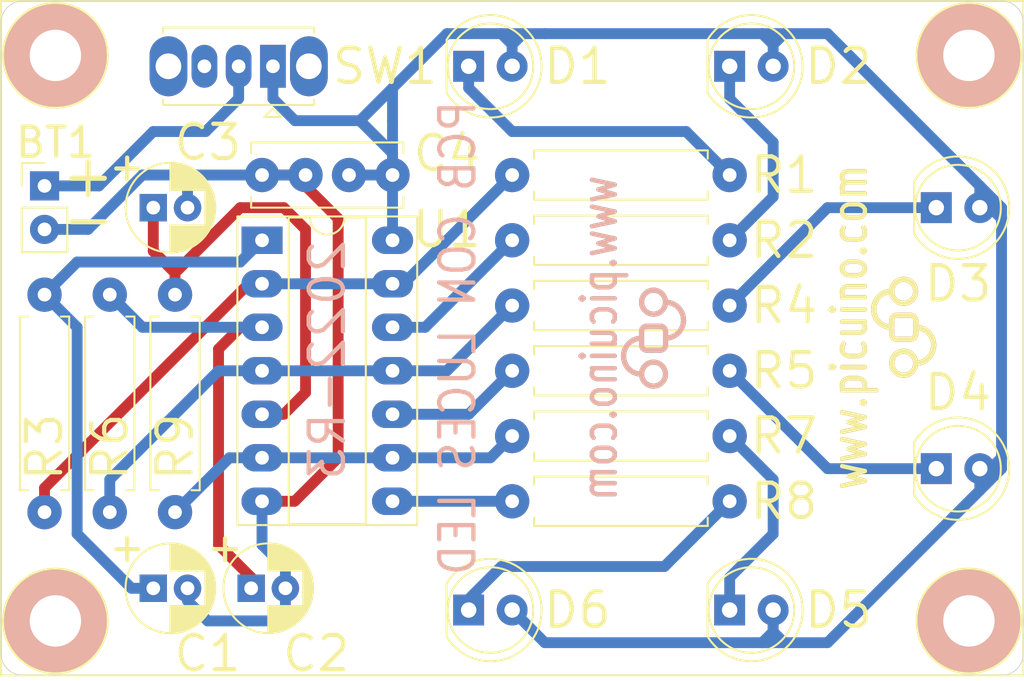
<source format=kicad_pcb>
(kicad_pcb (version 20171130) (host pcbnew "(5.1.12)-1")

  (general
    (thickness 1.6)
    (drawings 16)
    (tracks 149)
    (zones 0)
    (modules 28)
    (nets 20)
  )

  (page A4)
  (title_block
    (title "PCB CON LUCES LED")
    (date 2022-03-12)
    (rev R3)
    (company www.picuino.com)
    (comment 1 "Licencia Creative Commons Attribution-ShareAlike 4.0 International")
  )

  (layers
    (0 F.Cu signal)
    (31 B.Cu signal)
    (32 B.Adhes user hide)
    (33 F.Adhes user hide)
    (34 B.Paste user hide)
    (35 F.Paste user hide)
    (36 B.SilkS user)
    (37 F.SilkS user)
    (38 B.Mask user)
    (39 F.Mask user)
    (40 Dwgs.User user hide)
    (41 Cmts.User user hide)
    (42 Eco1.User user hide)
    (43 Eco2.User user hide)
    (44 Edge.Cuts user)
    (45 Margin user hide)
    (46 B.CrtYd user hide)
    (47 F.CrtYd user hide)
    (48 B.Fab user hide)
    (49 F.Fab user hide)
  )

  (setup
    (last_trace_width 0.25)
    (user_trace_width 0.635)
    (trace_clearance 0.2)
    (zone_clearance 0.508)
    (zone_45_only no)
    (trace_min 0.2)
    (via_size 0.8)
    (via_drill 0.4)
    (via_min_size 0.4)
    (via_min_drill 0.3)
    (uvia_size 0.3)
    (uvia_drill 0.1)
    (uvias_allowed no)
    (uvia_min_size 0.2)
    (uvia_min_drill 0.1)
    (edge_width 0.05)
    (segment_width 0.2)
    (pcb_text_width 0.3)
    (pcb_text_size 1.5 1.5)
    (mod_edge_width 0.12)
    (mod_text_size 1 1)
    (mod_text_width 0.15)
    (pad_size 2 2)
    (pad_drill 0.8)
    (pad_to_mask_clearance 0)
    (aux_axis_origin 50.8 50.8)
    (visible_elements 7FFFFFFF)
    (pcbplotparams
      (layerselection 0x010f0_ffffffff)
      (usegerberextensions false)
      (usegerberattributes true)
      (usegerberadvancedattributes true)
      (creategerberjobfile true)
      (excludeedgelayer true)
      (linewidth 0.100000)
      (plotframeref false)
      (viasonmask true)
      (mode 1)
      (useauxorigin true)
      (hpglpennumber 1)
      (hpglpenspeed 20)
      (hpglpendiameter 15.000000)
      (psnegative false)
      (psa4output false)
      (plotreference true)
      (plotvalue true)
      (plotinvisibletext false)
      (padsonsilk false)
      (subtractmaskfromsilk true)
      (outputformat 1)
      (mirror false)
      (drillshape 0)
      (scaleselection 1)
      (outputdirectory "gerber"))
  )

  (net 0 "")
  (net 1 "Net-(C1-Pad1)")
  (net 2 "Net-(R4-Pad2)")
  (net 3 "Net-(R2-Pad2)")
  (net 4 "Net-(R5-Pad2)")
  (net 5 "Net-(R8-Pad2)")
  (net 6 "Net-(R1-Pad2)")
  (net 7 "Net-(C3-Pad1)")
  (net 8 "Net-(C2-Pad1)")
  (net 9 "Net-(R7-Pad2)")
  (net 10 GND)
  (net 11 +BATT)
  (net 12 "Net-(D1-Pad1)")
  (net 13 "Net-(D2-Pad1)")
  (net 14 "Net-(D3-Pad1)")
  (net 15 "Net-(D4-Pad1)")
  (net 16 "Net-(D5-Pad1)")
  (net 17 "Net-(D6-Pad1)")
  (net 18 "Net-(BT1-Pad1)")
  (net 19 "Net-(SW1-Pad3)")

  (net_class Default "This is the default net class."
    (clearance 0.2)
    (trace_width 0.25)
    (via_dia 0.8)
    (via_drill 0.4)
    (uvia_dia 0.3)
    (uvia_drill 0.1)
    (add_net +BATT)
    (add_net GND)
    (add_net "Net-(BT1-Pad1)")
    (add_net "Net-(C1-Pad1)")
    (add_net "Net-(C2-Pad1)")
    (add_net "Net-(C3-Pad1)")
    (add_net "Net-(D1-Pad1)")
    (add_net "Net-(D2-Pad1)")
    (add_net "Net-(D3-Pad1)")
    (add_net "Net-(D4-Pad1)")
    (add_net "Net-(D5-Pad1)")
    (add_net "Net-(D6-Pad1)")
    (add_net "Net-(R1-Pad2)")
    (add_net "Net-(R2-Pad2)")
    (add_net "Net-(R4-Pad2)")
    (add_net "Net-(R5-Pad2)")
    (add_net "Net-(R7-Pad2)")
    (add_net "Net-(R8-Pad2)")
    (add_net "Net-(SW1-Pad3)")
  )

  (module electric-pcb-luces-led:SCREW_M3 (layer F.Cu) (tedit 622F8502) (tstamp 622F8865)
    (at 107.315 86.995)
    (descr "module 1 pin (ou trou mecanique de percage)")
    (tags DEV)
    (fp_text reference M3 (at 0 0) (layer F.SilkS) hide
      (effects (font (size 1.016 1.016) (thickness 0.254)))
    )
    (fp_text value Val** (at 0.127 1.651) (layer F.SilkS) hide
      (effects (font (size 1.016 1.016) (thickness 0.254)))
    )
    (fp_circle (center 0 0) (end 3.048 0) (layer F.SilkS) (width 0.127))
    (fp_line (start 3.048 0) (end 1.524 -2.667) (layer F.SilkS) (width 0.127))
    (fp_line (start 1.524 2.667) (end 3.048 0) (layer F.SilkS) (width 0.127))
    (fp_line (start -1.524 2.667) (end 1.524 2.667) (layer F.SilkS) (width 0.127))
    (fp_line (start -3.048 0) (end -1.524 2.667) (layer F.SilkS) (width 0.127))
    (fp_line (start -1.524 -2.667) (end -3.048 0) (layer F.SilkS) (width 0.127))
    (fp_line (start 1.524 -2.667) (end -1.524 -2.667) (layer F.SilkS) (width 0.127))
    (fp_circle (center 0 0) (end 2.159 -1.397) (layer F.SilkS) (width 0.127))
    (fp_circle (center 0 0) (end 1.524 0) (layer F.SilkS) (width 0.127))
    (pad "" thru_hole circle (at 0 0) (size 6 6) (drill 3) (layers *.Cu *.SilkS *.Mask))
  )

  (module electric-pcb-luces-led:SCREW_M3 (layer F.Cu) (tedit 622F8502) (tstamp 622F8823)
    (at 53.975 86.995)
    (descr "module 1 pin (ou trou mecanique de percage)")
    (tags DEV)
    (fp_text reference M3 (at 0 0) (layer F.SilkS) hide
      (effects (font (size 1.016 1.016) (thickness 0.254)))
    )
    (fp_text value Val** (at 0.127 1.651) (layer F.SilkS) hide
      (effects (font (size 1.016 1.016) (thickness 0.254)))
    )
    (fp_circle (center 0 0) (end 3.048 0) (layer F.SilkS) (width 0.127))
    (fp_line (start 3.048 0) (end 1.524 -2.667) (layer F.SilkS) (width 0.127))
    (fp_line (start 1.524 2.667) (end 3.048 0) (layer F.SilkS) (width 0.127))
    (fp_line (start -1.524 2.667) (end 1.524 2.667) (layer F.SilkS) (width 0.127))
    (fp_line (start -3.048 0) (end -1.524 2.667) (layer F.SilkS) (width 0.127))
    (fp_line (start -1.524 -2.667) (end -3.048 0) (layer F.SilkS) (width 0.127))
    (fp_line (start 1.524 -2.667) (end -1.524 -2.667) (layer F.SilkS) (width 0.127))
    (fp_circle (center 0 0) (end 2.159 -1.397) (layer F.SilkS) (width 0.127))
    (fp_circle (center 0 0) (end 1.524 0) (layer F.SilkS) (width 0.127))
    (pad "" thru_hole circle (at 0 0) (size 6 6) (drill 3) (layers *.Cu *.SilkS *.Mask))
  )

  (module electric-pcb-luces-led:SCREW_M3 (layer F.Cu) (tedit 622F8502) (tstamp 622F87E1)
    (at 53.975 53.975)
    (descr "module 1 pin (ou trou mecanique de percage)")
    (tags DEV)
    (fp_text reference M3 (at 0 0) (layer F.SilkS) hide
      (effects (font (size 1.016 1.016) (thickness 0.254)))
    )
    (fp_text value Val** (at 0.127 1.651) (layer F.SilkS) hide
      (effects (font (size 1.016 1.016) (thickness 0.254)))
    )
    (fp_circle (center 0 0) (end 3.048 0) (layer F.SilkS) (width 0.127))
    (fp_line (start 3.048 0) (end 1.524 -2.667) (layer F.SilkS) (width 0.127))
    (fp_line (start 1.524 2.667) (end 3.048 0) (layer F.SilkS) (width 0.127))
    (fp_line (start -1.524 2.667) (end 1.524 2.667) (layer F.SilkS) (width 0.127))
    (fp_line (start -3.048 0) (end -1.524 2.667) (layer F.SilkS) (width 0.127))
    (fp_line (start -1.524 -2.667) (end -3.048 0) (layer F.SilkS) (width 0.127))
    (fp_line (start 1.524 -2.667) (end -1.524 -2.667) (layer F.SilkS) (width 0.127))
    (fp_circle (center 0 0) (end 2.159 -1.397) (layer F.SilkS) (width 0.127))
    (fp_circle (center 0 0) (end 1.524 0) (layer F.SilkS) (width 0.127))
    (pad "" thru_hole circle (at 0 0) (size 6 6) (drill 3) (layers *.Cu *.SilkS *.Mask))
  )

  (module electric-pcb-luces-led:SCREW_M3 (layer F.Cu) (tedit 622F8502) (tstamp 622F879F)
    (at 107.315 53.975)
    (descr "module 1 pin (ou trou mecanique de percage)")
    (tags DEV)
    (fp_text reference M3 (at 0 0) (layer F.SilkS) hide
      (effects (font (size 1.016 1.016) (thickness 0.254)))
    )
    (fp_text value Val** (at 0.127 1.651) (layer F.SilkS) hide
      (effects (font (size 1.016 1.016) (thickness 0.254)))
    )
    (fp_circle (center 0 0) (end 3.048 0) (layer F.SilkS) (width 0.127))
    (fp_line (start 3.048 0) (end 1.524 -2.667) (layer F.SilkS) (width 0.127))
    (fp_line (start 1.524 2.667) (end 3.048 0) (layer F.SilkS) (width 0.127))
    (fp_line (start -1.524 2.667) (end 1.524 2.667) (layer F.SilkS) (width 0.127))
    (fp_line (start -3.048 0) (end -1.524 2.667) (layer F.SilkS) (width 0.127))
    (fp_line (start -1.524 -2.667) (end -3.048 0) (layer F.SilkS) (width 0.127))
    (fp_line (start 1.524 -2.667) (end -1.524 -2.667) (layer F.SilkS) (width 0.127))
    (fp_circle (center 0 0) (end 2.159 -1.397) (layer F.SilkS) (width 0.127))
    (fp_circle (center 0 0) (end 1.524 0) (layer F.SilkS) (width 0.127))
    (pad "" thru_hole circle (at 0 0) (size 6 6) (drill 3) (layers *.Cu *.SilkS *.Mask))
  )

  (module electric-pcb-luces-led:CP_Radial_D5.0mm_P2.00mm (layer F.Cu) (tedit 61E99B6C) (tstamp 61D2EDA9)
    (at 59.69 85.09)
    (descr "CP, Radial series, Radial, pin pitch=2.00mm, , diameter=5mm, Electrolytic Capacitor")
    (tags "CP Radial series Radial pin pitch 2.00mm  diameter 5mm Electrolytic Capacitor")
    (path /61D15777)
    (fp_text reference C1 (at 3.175 3.81) (layer F.SilkS)
      (effects (font (size 2 2) (thickness 0.25)))
    )
    (fp_text value 10uF (at 1 3.75) (layer F.Fab)
      (effects (font (size 1 1) (thickness 0.15)))
    )
    (fp_line (start 3.601 -0.284) (end 3.601 0.284) (layer F.SilkS) (width 0.12))
    (fp_line (start 3.561 -0.518) (end 3.561 0.518) (layer F.SilkS) (width 0.12))
    (fp_line (start 3.521 -0.677) (end 3.521 0.677) (layer F.SilkS) (width 0.12))
    (fp_line (start 3.481 -0.805) (end 3.481 0.805) (layer F.SilkS) (width 0.12))
    (fp_line (start 3.441 -0.915) (end 3.441 0.915) (layer F.SilkS) (width 0.12))
    (fp_line (start 3.401 -1.011) (end 3.401 1.011) (layer F.SilkS) (width 0.12))
    (fp_line (start 3.361 -1.098) (end 3.361 1.098) (layer F.SilkS) (width 0.12))
    (fp_line (start 3.321 -1.178) (end 3.321 1.178) (layer F.SilkS) (width 0.12))
    (fp_line (start 3.281 -1.251) (end 3.281 1.251) (layer F.SilkS) (width 0.12))
    (fp_line (start 3.241 -1.319) (end 3.241 1.319) (layer F.SilkS) (width 0.12))
    (fp_line (start 3.201 -1.383) (end 3.201 1.383) (layer F.SilkS) (width 0.12))
    (fp_line (start 3.161 -1.443) (end 3.161 1.443) (layer F.SilkS) (width 0.12))
    (fp_line (start 3.121 -1.5) (end 3.121 1.5) (layer F.SilkS) (width 0.12))
    (fp_line (start 3.081 -1.554) (end 3.081 1.554) (layer F.SilkS) (width 0.12))
    (fp_line (start 3.041 -1.605) (end 3.041 1.605) (layer F.SilkS) (width 0.12))
    (fp_line (start 3.001 1.04) (end 3.001 1.653) (layer F.SilkS) (width 0.12))
    (fp_line (start 3.001 -1.653) (end 3.001 -1.04) (layer F.SilkS) (width 0.12))
    (fp_line (start 2.961 1.04) (end 2.961 1.699) (layer F.SilkS) (width 0.12))
    (fp_line (start 2.961 -1.699) (end 2.961 -1.04) (layer F.SilkS) (width 0.12))
    (fp_line (start 2.921 1.04) (end 2.921 1.743) (layer F.SilkS) (width 0.12))
    (fp_line (start 2.921 -1.743) (end 2.921 -1.04) (layer F.SilkS) (width 0.12))
    (fp_line (start 2.881 1.04) (end 2.881 1.785) (layer F.SilkS) (width 0.12))
    (fp_line (start 2.881 -1.785) (end 2.881 -1.04) (layer F.SilkS) (width 0.12))
    (fp_line (start 2.841 1.04) (end 2.841 1.826) (layer F.SilkS) (width 0.12))
    (fp_line (start 2.841 -1.826) (end 2.841 -1.04) (layer F.SilkS) (width 0.12))
    (fp_line (start 2.801 1.04) (end 2.801 1.864) (layer F.SilkS) (width 0.12))
    (fp_line (start 2.801 -1.864) (end 2.801 -1.04) (layer F.SilkS) (width 0.12))
    (fp_line (start 2.761 1.04) (end 2.761 1.901) (layer F.SilkS) (width 0.12))
    (fp_line (start 2.761 -1.901) (end 2.761 -1.04) (layer F.SilkS) (width 0.12))
    (fp_line (start 2.721 1.04) (end 2.721 1.937) (layer F.SilkS) (width 0.12))
    (fp_line (start 2.721 -1.937) (end 2.721 -1.04) (layer F.SilkS) (width 0.12))
    (fp_line (start 2.681 1.04) (end 2.681 1.971) (layer F.SilkS) (width 0.12))
    (fp_line (start 2.681 -1.971) (end 2.681 -1.04) (layer F.SilkS) (width 0.12))
    (fp_line (start 2.641 1.04) (end 2.641 2.004) (layer F.SilkS) (width 0.12))
    (fp_line (start 2.641 -2.004) (end 2.641 -1.04) (layer F.SilkS) (width 0.12))
    (fp_line (start 2.601 1.04) (end 2.601 2.035) (layer F.SilkS) (width 0.12))
    (fp_line (start 2.601 -2.035) (end 2.601 -1.04) (layer F.SilkS) (width 0.12))
    (fp_line (start 2.561 1.04) (end 2.561 2.065) (layer F.SilkS) (width 0.12))
    (fp_line (start 2.561 -2.065) (end 2.561 -1.04) (layer F.SilkS) (width 0.12))
    (fp_line (start 2.521 1.04) (end 2.521 2.095) (layer F.SilkS) (width 0.12))
    (fp_line (start 2.521 -2.095) (end 2.521 -1.04) (layer F.SilkS) (width 0.12))
    (fp_line (start 2.481 1.04) (end 2.481 2.122) (layer F.SilkS) (width 0.12))
    (fp_line (start 2.481 -2.122) (end 2.481 -1.04) (layer F.SilkS) (width 0.12))
    (fp_line (start 2.441 1.04) (end 2.441 2.149) (layer F.SilkS) (width 0.12))
    (fp_line (start 2.441 -2.149) (end 2.441 -1.04) (layer F.SilkS) (width 0.12))
    (fp_line (start 2.401 1.04) (end 2.401 2.175) (layer F.SilkS) (width 0.12))
    (fp_line (start 2.401 -2.175) (end 2.401 -1.04) (layer F.SilkS) (width 0.12))
    (fp_line (start 2.361 1.04) (end 2.361 2.2) (layer F.SilkS) (width 0.12))
    (fp_line (start 2.361 -2.2) (end 2.361 -1.04) (layer F.SilkS) (width 0.12))
    (fp_line (start 2.321 1.04) (end 2.321 2.224) (layer F.SilkS) (width 0.12))
    (fp_line (start 2.321 -2.224) (end 2.321 -1.04) (layer F.SilkS) (width 0.12))
    (fp_line (start 2.281 1.04) (end 2.281 2.247) (layer F.SilkS) (width 0.12))
    (fp_line (start 2.281 -2.247) (end 2.281 -1.04) (layer F.SilkS) (width 0.12))
    (fp_line (start 2.241 1.04) (end 2.241 2.268) (layer F.SilkS) (width 0.12))
    (fp_line (start 2.241 -2.268) (end 2.241 -1.04) (layer F.SilkS) (width 0.12))
    (fp_line (start 2.201 1.04) (end 2.201 2.29) (layer F.SilkS) (width 0.12))
    (fp_line (start 2.201 -2.29) (end 2.201 -1.04) (layer F.SilkS) (width 0.12))
    (fp_line (start 2.161 1.04) (end 2.161 2.31) (layer F.SilkS) (width 0.12))
    (fp_line (start 2.161 -2.31) (end 2.161 -1.04) (layer F.SilkS) (width 0.12))
    (fp_line (start 2.121 1.04) (end 2.121 2.329) (layer F.SilkS) (width 0.12))
    (fp_line (start 2.121 -2.329) (end 2.121 -1.04) (layer F.SilkS) (width 0.12))
    (fp_line (start 2.081 1.04) (end 2.081 2.348) (layer F.SilkS) (width 0.12))
    (fp_line (start 2.081 -2.348) (end 2.081 -1.04) (layer F.SilkS) (width 0.12))
    (fp_line (start 2.041 1.04) (end 2.041 2.365) (layer F.SilkS) (width 0.12))
    (fp_line (start 2.041 -2.365) (end 2.041 -1.04) (layer F.SilkS) (width 0.12))
    (fp_line (start 2.001 1.04) (end 2.001 2.382) (layer F.SilkS) (width 0.12))
    (fp_line (start 2.001 -2.382) (end 2.001 -1.04) (layer F.SilkS) (width 0.12))
    (fp_line (start 1.961 1.04) (end 1.961 2.398) (layer F.SilkS) (width 0.12))
    (fp_line (start 1.961 -2.398) (end 1.961 -1.04) (layer F.SilkS) (width 0.12))
    (fp_line (start 1.921 1.04) (end 1.921 2.414) (layer F.SilkS) (width 0.12))
    (fp_line (start 1.921 -2.414) (end 1.921 -1.04) (layer F.SilkS) (width 0.12))
    (fp_line (start 1.881 1.04) (end 1.881 2.428) (layer F.SilkS) (width 0.12))
    (fp_line (start 1.881 -2.428) (end 1.881 -1.04) (layer F.SilkS) (width 0.12))
    (fp_line (start 1.841 1.04) (end 1.841 2.442) (layer F.SilkS) (width 0.12))
    (fp_line (start 1.841 -2.442) (end 1.841 -1.04) (layer F.SilkS) (width 0.12))
    (fp_line (start 1.801 1.04) (end 1.801 2.455) (layer F.SilkS) (width 0.12))
    (fp_line (start 1.801 -2.455) (end 1.801 -1.04) (layer F.SilkS) (width 0.12))
    (fp_line (start 1.761 1.04) (end 1.761 2.468) (layer F.SilkS) (width 0.12))
    (fp_line (start 1.761 -2.468) (end 1.761 -1.04) (layer F.SilkS) (width 0.12))
    (fp_line (start 1.721 1.04) (end 1.721 2.48) (layer F.SilkS) (width 0.12))
    (fp_line (start 1.721 -2.48) (end 1.721 -1.04) (layer F.SilkS) (width 0.12))
    (fp_line (start 1.68 1.04) (end 1.68 2.491) (layer F.SilkS) (width 0.12))
    (fp_line (start 1.68 -2.491) (end 1.68 -1.04) (layer F.SilkS) (width 0.12))
    (fp_line (start 1.64 1.04) (end 1.64 2.501) (layer F.SilkS) (width 0.12))
    (fp_line (start 1.64 -2.501) (end 1.64 -1.04) (layer F.SilkS) (width 0.12))
    (fp_line (start 1.6 1.04) (end 1.6 2.511) (layer F.SilkS) (width 0.12))
    (fp_line (start 1.6 -2.511) (end 1.6 -1.04) (layer F.SilkS) (width 0.12))
    (fp_line (start 1.56 1.04) (end 1.56 2.52) (layer F.SilkS) (width 0.12))
    (fp_line (start 1.56 -2.52) (end 1.56 -1.04) (layer F.SilkS) (width 0.12))
    (fp_line (start 1.52 1.04) (end 1.52 2.528) (layer F.SilkS) (width 0.12))
    (fp_line (start 1.52 -2.528) (end 1.52 -1.04) (layer F.SilkS) (width 0.12))
    (fp_line (start 1.48 1.04) (end 1.48 2.536) (layer F.SilkS) (width 0.12))
    (fp_line (start 1.48 -2.536) (end 1.48 -1.04) (layer F.SilkS) (width 0.12))
    (fp_line (start 1.44 1.04) (end 1.44 2.543) (layer F.SilkS) (width 0.12))
    (fp_line (start 1.44 -2.543) (end 1.44 -1.04) (layer F.SilkS) (width 0.12))
    (fp_line (start 1.4 1.04) (end 1.4 2.55) (layer F.SilkS) (width 0.12))
    (fp_line (start 1.4 -2.55) (end 1.4 -1.04) (layer F.SilkS) (width 0.12))
    (fp_line (start 1.36 1.04) (end 1.36 2.556) (layer F.SilkS) (width 0.12))
    (fp_line (start 1.36 -2.556) (end 1.36 -1.04) (layer F.SilkS) (width 0.12))
    (fp_line (start 1.32 1.04) (end 1.32 2.561) (layer F.SilkS) (width 0.12))
    (fp_line (start 1.32 -2.561) (end 1.32 -1.04) (layer F.SilkS) (width 0.12))
    (fp_line (start 1.28 1.04) (end 1.28 2.565) (layer F.SilkS) (width 0.12))
    (fp_line (start 1.28 -2.565) (end 1.28 -1.04) (layer F.SilkS) (width 0.12))
    (fp_line (start 1.24 1.04) (end 1.24 2.569) (layer F.SilkS) (width 0.12))
    (fp_line (start 1.24 -2.569) (end 1.24 -1.04) (layer F.SilkS) (width 0.12))
    (fp_line (start 1.2 1.04) (end 1.2 2.573) (layer F.SilkS) (width 0.12))
    (fp_line (start 1.2 -2.573) (end 1.2 -1.04) (layer F.SilkS) (width 0.12))
    (fp_line (start 1.16 1.04) (end 1.16 2.576) (layer F.SilkS) (width 0.12))
    (fp_line (start 1.16 -2.576) (end 1.16 -1.04) (layer F.SilkS) (width 0.12))
    (fp_line (start 1.12 1.04) (end 1.12 2.578) (layer F.SilkS) (width 0.12))
    (fp_line (start 1.12 -2.578) (end 1.12 -1.04) (layer F.SilkS) (width 0.12))
    (fp_line (start 1.08 1.04) (end 1.08 2.579) (layer F.SilkS) (width 0.12))
    (fp_line (start 1.08 -2.579) (end 1.08 -1.04) (layer F.SilkS) (width 0.12))
    (fp_line (start 1.04 -2.58) (end 1.04 -1.04) (layer F.SilkS) (width 0.12))
    (fp_line (start 1.04 1.04) (end 1.04 2.58) (layer F.SilkS) (width 0.12))
    (fp_line (start 1 -2.58) (end 1 -1.04) (layer F.SilkS) (width 0.12))
    (fp_line (start 1 1.04) (end 1 2.58) (layer F.SilkS) (width 0.12))
    (fp_line (start -0.883605 -1.3375) (end -0.883605 -0.8375) (layer F.Fab) (width 0.1))
    (fp_line (start -1.133605 -1.0875) (end -0.633605 -1.0875) (layer F.Fab) (width 0.1))
    (fp_circle (center 1 0) (end 3.75 0) (layer F.CrtYd) (width 0.05))
    (fp_circle (center 1 0) (end 3.62 0) (layer F.SilkS) (width 0.12))
    (fp_circle (center 1 0) (end 3.5 0) (layer F.Fab) (width 0.1))
    (fp_line (start -1.524 -2.921) (end -1.524 -1.651) (layer F.SilkS) (width 0.25))
    (fp_line (start -0.889 -2.286) (end -2.159 -2.286) (layer F.SilkS) (width 0.25))
    (fp_text user %R (at 1 0) (layer F.Fab)
      (effects (font (size 1 1) (thickness 0.15)))
    )
    (pad 1 thru_hole rect (at 0 0) (size 1.6 1.6) (drill 0.8) (layers *.Cu *.Mask)
      (net 1 "Net-(C1-Pad1)"))
    (pad 2 thru_hole circle (at 2 0) (size 1.6 1.6) (drill 0.8) (layers *.Cu *.Mask)
      (net 10 GND))
    (model ${KISYS3DMOD}/Capacitor_THT.3dshapes/CP_Radial_D5.0mm_P2.00mm.wrl
      (at (xyz 0 0 0))
      (scale (xyz 1 1 1))
      (rotate (xyz 0 0 0))
    )
  )

  (module electric-pcb-luces-led:R_Axial_DIN0411_L9.9mm_D3.6mm_P12.70mm_Horizontal (layer F.Cu) (tedit 61E998B4) (tstamp 61D2EF7B)
    (at 53.34 80.645 90)
    (descr "Resistor, Axial_DIN0411 series, Axial, Horizontal, pin pitch=12.7mm, 1W, length*diameter=9.9*3.6mm^2")
    (tags "Resistor Axial_DIN0411 series Axial Horizontal pin pitch 12.7mm 1W length 9.9mm diameter 3.6mm")
    (path /61D14A6F)
    (fp_text reference R3 (at 3.81 0 90) (layer F.SilkS)
      (effects (font (size 2 2) (thickness 0.25)))
    )
    (fp_text value 220K (at 6.35 2.92 90) (layer F.Fab)
      (effects (font (size 1 1) (thickness 0.15)))
    )
    (fp_line (start 1.4 -1.8) (end 1.4 1.8) (layer F.Fab) (width 0.1))
    (fp_line (start 1.4 1.8) (end 11.3 1.8) (layer F.Fab) (width 0.1))
    (fp_line (start 11.3 1.8) (end 11.3 -1.8) (layer F.Fab) (width 0.1))
    (fp_line (start 11.3 -1.8) (end 1.4 -1.8) (layer F.Fab) (width 0.1))
    (fp_line (start 0 0) (end 1.4 0) (layer F.Fab) (width 0.1))
    (fp_line (start 12.7 0) (end 11.3 0) (layer F.Fab) (width 0.1))
    (fp_line (start 1.28 -0.96) (end 1.28 -1.44) (layer F.SilkS) (width 0.12))
    (fp_line (start 1.28 -1.44) (end 11.42 -1.44) (layer F.SilkS) (width 0.12))
    (fp_line (start 11.42 -1.44) (end 11.42 -0.96) (layer F.SilkS) (width 0.12))
    (fp_line (start 1.28 0.96) (end 1.28 1.44) (layer F.SilkS) (width 0.12))
    (fp_line (start 1.28 1.44) (end 11.42 1.44) (layer F.SilkS) (width 0.12))
    (fp_line (start 11.42 1.44) (end 11.42 0.96) (layer F.SilkS) (width 0.12))
    (fp_line (start -1.45 -2.05) (end -1.45 2.05) (layer F.CrtYd) (width 0.05))
    (fp_line (start -1.45 2.05) (end 14.15 2.05) (layer F.CrtYd) (width 0.05))
    (fp_line (start 14.15 2.05) (end 14.15 -2.05) (layer F.CrtYd) (width 0.05))
    (fp_line (start 14.15 -2.05) (end -1.45 -2.05) (layer F.CrtYd) (width 0.05))
    (fp_text user %R (at 6.35 0 90) (layer F.Fab)
      (effects (font (size 1 1) (thickness 0.15)))
    )
    (pad 1 thru_hole circle (at 0 0 90) (size 2 2) (drill 0.8) (layers *.Cu *.Mask)
      (net 6 "Net-(R1-Pad2)"))
    (pad 2 thru_hole circle (at 12.7 0 90) (size 2 2) (drill 0.8) (layers *.Cu *.Mask)
      (net 1 "Net-(C1-Pad1)"))
    (model ${KISYS3DMOD}/Resistor_THT.3dshapes/R_Axial_DIN0411_L9.9mm_D3.6mm_P12.70mm_Horizontal.wrl
      (at (xyz 0 0 0))
      (scale (xyz 1 1 1))
      (rotate (xyz 0 0 0))
    )
  )

  (module electric-pcb-luces-led:R_Axial_DIN0411_L9.9mm_D3.6mm_P12.70mm_Horizontal (layer F.Cu) (tedit 61E998B4) (tstamp 61D32487)
    (at 93.345 60.96 180)
    (descr "Resistor, Axial_DIN0411 series, Axial, Horizontal, pin pitch=12.7mm, 1W, length*diameter=9.9*3.6mm^2")
    (tags "Resistor Axial_DIN0411 series Axial Horizontal pin pitch 12.7mm 1W length 9.9mm diameter 3.6mm")
    (path /61D1147D)
    (fp_text reference R1 (at -3.175 0) (layer F.SilkS)
      (effects (font (size 2 2) (thickness 0.25)))
    )
    (fp_text value 220 (at 6.35 2.92) (layer F.Fab)
      (effects (font (size 1 1) (thickness 0.15)))
    )
    (fp_line (start 1.4 -1.8) (end 1.4 1.8) (layer F.Fab) (width 0.1))
    (fp_line (start 1.4 1.8) (end 11.3 1.8) (layer F.Fab) (width 0.1))
    (fp_line (start 11.3 1.8) (end 11.3 -1.8) (layer F.Fab) (width 0.1))
    (fp_line (start 11.3 -1.8) (end 1.4 -1.8) (layer F.Fab) (width 0.1))
    (fp_line (start 0 0) (end 1.4 0) (layer F.Fab) (width 0.1))
    (fp_line (start 12.7 0) (end 11.3 0) (layer F.Fab) (width 0.1))
    (fp_line (start 1.28 -0.96) (end 1.28 -1.44) (layer F.SilkS) (width 0.12))
    (fp_line (start 1.28 -1.44) (end 11.42 -1.44) (layer F.SilkS) (width 0.12))
    (fp_line (start 11.42 -1.44) (end 11.42 -0.96) (layer F.SilkS) (width 0.12))
    (fp_line (start 1.28 0.96) (end 1.28 1.44) (layer F.SilkS) (width 0.12))
    (fp_line (start 1.28 1.44) (end 11.42 1.44) (layer F.SilkS) (width 0.12))
    (fp_line (start 11.42 1.44) (end 11.42 0.96) (layer F.SilkS) (width 0.12))
    (fp_line (start -1.45 -2.05) (end -1.45 2.05) (layer F.CrtYd) (width 0.05))
    (fp_line (start -1.45 2.05) (end 14.15 2.05) (layer F.CrtYd) (width 0.05))
    (fp_line (start 14.15 2.05) (end 14.15 -2.05) (layer F.CrtYd) (width 0.05))
    (fp_line (start 14.15 -2.05) (end -1.45 -2.05) (layer F.CrtYd) (width 0.05))
    (fp_text user %R (at 6.35 0) (layer F.Fab)
      (effects (font (size 1 1) (thickness 0.15)))
    )
    (pad 1 thru_hole circle (at 0 0 180) (size 2 2) (drill 0.8) (layers *.Cu *.Mask)
      (net 12 "Net-(D1-Pad1)"))
    (pad 2 thru_hole circle (at 12.7 0 180) (size 2 2) (drill 0.8) (layers *.Cu *.Mask)
      (net 6 "Net-(R1-Pad2)"))
    (model ${KISYS3DMOD}/Resistor_THT.3dshapes/R_Axial_DIN0411_L9.9mm_D3.6mm_P12.70mm_Horizontal.wrl
      (at (xyz 0 0 0))
      (scale (xyz 1 1 1))
      (rotate (xyz 0 0 0))
    )
  )

  (module electric-pcb-luces-led:Picuino_Logo_B6 (layer B.Cu) (tedit 61D36038) (tstamp 61E48386)
    (at 103.505 69.85 270)
    (fp_text reference Picuino_Logo_B6 (at 0.127 3.175 270) (layer F.SilkS) hide
      (effects (font (size 2 2) (thickness 0.25)))
    )
    (fp_text value VAL** (at 1.905 1.524 270) (layer F.SilkS) hide
      (effects (font (size 1 1) (thickness 0.25)))
    )
    (fp_circle (center 2.10058 0) (end 2.79908 0) (layer F.Cu) (width 0.3))
    (fp_line (start 0.70104 -0.39878) (end 0.70104 0.39878) (layer F.Cu) (width 0.3))
    (fp_line (start -0.39878 -0.70104) (end 0.39878 -0.70104) (layer F.Cu) (width 0.3))
    (fp_line (start -0.70104 0.39878) (end -0.70104 -0.39878) (layer F.Cu) (width 0.3))
    (fp_line (start 0.39878 0.70104) (end -0.39878 0.70104) (layer F.Cu) (width 0.3))
    (fp_circle (center -2.10058 0) (end -1.40208 0) (layer F.Cu) (width 0.3))
    (fp_line (start -0.39878 -0.70104) (end 0.39878 -0.70104) (layer F.SilkS) (width 0.3))
    (fp_line (start 0.70104 -0.39878) (end 0.70104 0.39878) (layer F.SilkS) (width 0.3))
    (fp_circle (center 2.10058 0) (end 2.79908 0) (layer F.SilkS) (width 0.3))
    (fp_line (start -0.70104 0.39878) (end -0.70104 -0.39878) (layer F.SilkS) (width 0.3))
    (fp_line (start 0.39878 0.70104) (end -0.39878 0.70104) (layer F.SilkS) (width 0.3))
    (fp_circle (center -2.10058 0) (end -1.40208 0) (layer F.SilkS) (width 0.3))
    (fp_arc (start -1.05156 0.70104) (end 0 0.70104) (angle 90) (layer F.SilkS) (width 0.3))
    (fp_arc (start 0.39878 0.39878) (end 0.70104 0.39878) (angle 90) (layer F.SilkS) (width 0.3))
    (fp_arc (start -0.39878 -0.39878) (end -0.70104 -0.39878) (angle 90) (layer F.SilkS) (width 0.3))
    (fp_arc (start -1.05156 0.70104) (end -1.05156 1.75006) (angle 90) (layer F.SilkS) (width 0.3))
    (fp_arc (start 1.05156 -0.70104) (end 1.05156 -1.75006) (angle 90) (layer F.SilkS) (width 0.3))
    (fp_arc (start 1.05156 -0.70104) (end 0 -0.70104) (angle 90) (layer F.SilkS) (width 0.3))
    (fp_arc (start 0.39878 -0.39878) (end 0.39878 -0.70104) (angle 90) (layer F.SilkS) (width 0.3))
    (fp_arc (start -0.39878 0.39878) (end -0.39878 0.70104) (angle 90) (layer F.SilkS) (width 0.3))
    (fp_text user www.picuino.com (at 0 3.175 270) (layer F.SilkS)
      (effects (font (size 2 1.5) (thickness 0.25)))
    )
    (fp_text user www.picuino.com (at 0 3.175 270) (layer F.Cu)
      (effects (font (size 2 1.5) (thickness 0.25)))
    )
    (fp_arc (start 0.39878 0.39878) (end 0.70104 0.39878) (angle 90) (layer F.Cu) (width 0.3))
    (fp_arc (start -0.39878 0.39878) (end -0.39878 0.70104) (angle 90) (layer F.Cu) (width 0.3))
    (fp_arc (start -0.39878 -0.39878) (end -0.70104 -0.39878) (angle 90) (layer F.Cu) (width 0.3))
    (fp_arc (start 0.39878 -0.39878) (end 0.39878 -0.70104) (angle 90) (layer F.Cu) (width 0.3))
    (fp_arc (start 1.05156 -0.70104) (end 0 -0.70104) (angle 90) (layer F.Cu) (width 0.3))
    (fp_arc (start 1.05156 -0.70104) (end 1.05156 -1.75006) (angle 90) (layer F.Cu) (width 0.3))
    (fp_arc (start -1.05156 0.70104) (end 0 0.70104) (angle 90) (layer F.Cu) (width 0.3))
    (fp_arc (start -1.05156 0.70104) (end -1.05156 1.75006) (angle 90) (layer F.Cu) (width 0.3))
  )

  (module electric-pcb-luces-led:Picuino_Logo_B6 (layer F.Cu) (tedit 61D36038) (tstamp 61D3BFDB)
    (at 88.9 70.485 90)
    (fp_text reference Picuino_Logo_B6 (at 0.635 -1.905 90) (layer B.SilkS) hide
      (effects (font (size 1.00076 1.00076) (thickness 0.20066)))
    )
    (fp_text value VAL** (at 5.08 0 90) (layer B.SilkS) hide
      (effects (font (size 1.00076 1.00076) (thickness 0.20066)))
    )
    (fp_circle (center 2.10058 0) (end 2.79908 0) (layer B.Cu) (width 0.3))
    (fp_line (start 0.70104 0.39878) (end 0.70104 -0.39878) (layer B.Cu) (width 0.3))
    (fp_line (start -0.39878 0.70104) (end 0.39878 0.70104) (layer B.Cu) (width 0.3))
    (fp_line (start -0.70104 -0.39878) (end -0.70104 0.39878) (layer B.Cu) (width 0.3))
    (fp_line (start 0.39878 -0.70104) (end -0.39878 -0.70104) (layer B.Cu) (width 0.3))
    (fp_circle (center -2.10058 0) (end -1.40208 0) (layer B.Cu) (width 0.3))
    (fp_line (start -0.39878 0.70104) (end 0.39878 0.70104) (layer B.SilkS) (width 0.3))
    (fp_line (start 0.70104 0.39878) (end 0.70104 -0.39878) (layer B.SilkS) (width 0.3))
    (fp_circle (center 2.10058 0) (end 2.79908 0) (layer B.SilkS) (width 0.3))
    (fp_line (start -0.70104 -0.39878) (end -0.70104 0.39878) (layer B.SilkS) (width 0.3))
    (fp_line (start 0.39878 -0.70104) (end -0.39878 -0.70104) (layer B.SilkS) (width 0.3))
    (fp_circle (center -2.10058 0) (end -1.40208 0) (layer B.SilkS) (width 0.3))
    (fp_arc (start -1.05156 -0.70104) (end 0 -0.70104) (angle -90) (layer B.SilkS) (width 0.3))
    (fp_arc (start 0.39878 -0.39878) (end 0.70104 -0.39878) (angle -90) (layer B.SilkS) (width 0.3))
    (fp_arc (start -0.39878 0.39878) (end -0.70104 0.39878) (angle -90) (layer B.SilkS) (width 0.3))
    (fp_arc (start -1.05156 -0.70104) (end -1.05156 -1.75006) (angle -90) (layer B.SilkS) (width 0.3))
    (fp_arc (start 1.05156 0.70104) (end 1.05156 1.75006) (angle -90) (layer B.SilkS) (width 0.3))
    (fp_arc (start 1.05156 0.70104) (end 0 0.70104) (angle -90) (layer B.SilkS) (width 0.3))
    (fp_arc (start 0.39878 0.39878) (end 0.39878 0.70104) (angle -90) (layer B.SilkS) (width 0.3))
    (fp_arc (start -0.39878 -0.39878) (end -0.39878 -0.70104) (angle -90) (layer B.SilkS) (width 0.3))
    (fp_text user www.picuino.com (at 0 -3.175 90) (layer B.SilkS)
      (effects (font (size 2 1.5) (thickness 0.25)) (justify mirror))
    )
    (fp_text user www.picuino.com (at 0 -3.175 90) (layer B.Cu)
      (effects (font (size 2 1.5) (thickness 0.25)) (justify mirror))
    )
    (fp_arc (start 0.39878 -0.39878) (end 0.70104 -0.39878) (angle -90) (layer B.Cu) (width 0.3))
    (fp_arc (start -0.39878 -0.39878) (end -0.39878 -0.70104) (angle -90) (layer B.Cu) (width 0.3))
    (fp_arc (start -0.39878 0.39878) (end -0.70104 0.39878) (angle -90) (layer B.Cu) (width 0.3))
    (fp_arc (start 0.39878 0.39878) (end 0.39878 0.70104) (angle -90) (layer B.Cu) (width 0.3))
    (fp_arc (start 1.05156 0.70104) (end 0 0.70104) (angle -90) (layer B.Cu) (width 0.3))
    (fp_arc (start 1.05156 0.70104) (end 1.05156 1.75006) (angle -90) (layer B.Cu) (width 0.3))
    (fp_arc (start -1.05156 -0.70104) (end 0 -0.70104) (angle -90) (layer B.Cu) (width 0.3))
    (fp_arc (start -1.05156 -0.70104) (end -1.05156 -1.75006) (angle -90) (layer B.Cu) (width 0.3))
  )

  (module electric-pcb-luces-led:CP_Radial_D5.0mm_P2.00mm (layer F.Cu) (tedit 61E99B6C) (tstamp 622D0EAB)
    (at 65.405 85.09)
    (descr "CP, Radial series, Radial, pin pitch=2.00mm, , diameter=5mm, Electrolytic Capacitor")
    (tags "CP Radial series Radial pin pitch 2.00mm  diameter 5mm Electrolytic Capacitor")
    (path /622F93AC)
    (fp_text reference C2 (at 3.81 3.81) (layer F.SilkS)
      (effects (font (size 2 2) (thickness 0.25)))
    )
    (fp_text value 10uF (at 1 3.75) (layer F.Fab)
      (effects (font (size 1 1) (thickness 0.15)))
    )
    (fp_line (start 3.601 -0.284) (end 3.601 0.284) (layer F.SilkS) (width 0.12))
    (fp_line (start 3.561 -0.518) (end 3.561 0.518) (layer F.SilkS) (width 0.12))
    (fp_line (start 3.521 -0.677) (end 3.521 0.677) (layer F.SilkS) (width 0.12))
    (fp_line (start 3.481 -0.805) (end 3.481 0.805) (layer F.SilkS) (width 0.12))
    (fp_line (start 3.441 -0.915) (end 3.441 0.915) (layer F.SilkS) (width 0.12))
    (fp_line (start 3.401 -1.011) (end 3.401 1.011) (layer F.SilkS) (width 0.12))
    (fp_line (start 3.361 -1.098) (end 3.361 1.098) (layer F.SilkS) (width 0.12))
    (fp_line (start 3.321 -1.178) (end 3.321 1.178) (layer F.SilkS) (width 0.12))
    (fp_line (start 3.281 -1.251) (end 3.281 1.251) (layer F.SilkS) (width 0.12))
    (fp_line (start 3.241 -1.319) (end 3.241 1.319) (layer F.SilkS) (width 0.12))
    (fp_line (start 3.201 -1.383) (end 3.201 1.383) (layer F.SilkS) (width 0.12))
    (fp_line (start 3.161 -1.443) (end 3.161 1.443) (layer F.SilkS) (width 0.12))
    (fp_line (start 3.121 -1.5) (end 3.121 1.5) (layer F.SilkS) (width 0.12))
    (fp_line (start 3.081 -1.554) (end 3.081 1.554) (layer F.SilkS) (width 0.12))
    (fp_line (start 3.041 -1.605) (end 3.041 1.605) (layer F.SilkS) (width 0.12))
    (fp_line (start 3.001 1.04) (end 3.001 1.653) (layer F.SilkS) (width 0.12))
    (fp_line (start 3.001 -1.653) (end 3.001 -1.04) (layer F.SilkS) (width 0.12))
    (fp_line (start 2.961 1.04) (end 2.961 1.699) (layer F.SilkS) (width 0.12))
    (fp_line (start 2.961 -1.699) (end 2.961 -1.04) (layer F.SilkS) (width 0.12))
    (fp_line (start 2.921 1.04) (end 2.921 1.743) (layer F.SilkS) (width 0.12))
    (fp_line (start 2.921 -1.743) (end 2.921 -1.04) (layer F.SilkS) (width 0.12))
    (fp_line (start 2.881 1.04) (end 2.881 1.785) (layer F.SilkS) (width 0.12))
    (fp_line (start 2.881 -1.785) (end 2.881 -1.04) (layer F.SilkS) (width 0.12))
    (fp_line (start 2.841 1.04) (end 2.841 1.826) (layer F.SilkS) (width 0.12))
    (fp_line (start 2.841 -1.826) (end 2.841 -1.04) (layer F.SilkS) (width 0.12))
    (fp_line (start 2.801 1.04) (end 2.801 1.864) (layer F.SilkS) (width 0.12))
    (fp_line (start 2.801 -1.864) (end 2.801 -1.04) (layer F.SilkS) (width 0.12))
    (fp_line (start 2.761 1.04) (end 2.761 1.901) (layer F.SilkS) (width 0.12))
    (fp_line (start 2.761 -1.901) (end 2.761 -1.04) (layer F.SilkS) (width 0.12))
    (fp_line (start 2.721 1.04) (end 2.721 1.937) (layer F.SilkS) (width 0.12))
    (fp_line (start 2.721 -1.937) (end 2.721 -1.04) (layer F.SilkS) (width 0.12))
    (fp_line (start 2.681 1.04) (end 2.681 1.971) (layer F.SilkS) (width 0.12))
    (fp_line (start 2.681 -1.971) (end 2.681 -1.04) (layer F.SilkS) (width 0.12))
    (fp_line (start 2.641 1.04) (end 2.641 2.004) (layer F.SilkS) (width 0.12))
    (fp_line (start 2.641 -2.004) (end 2.641 -1.04) (layer F.SilkS) (width 0.12))
    (fp_line (start 2.601 1.04) (end 2.601 2.035) (layer F.SilkS) (width 0.12))
    (fp_line (start 2.601 -2.035) (end 2.601 -1.04) (layer F.SilkS) (width 0.12))
    (fp_line (start 2.561 1.04) (end 2.561 2.065) (layer F.SilkS) (width 0.12))
    (fp_line (start 2.561 -2.065) (end 2.561 -1.04) (layer F.SilkS) (width 0.12))
    (fp_line (start 2.521 1.04) (end 2.521 2.095) (layer F.SilkS) (width 0.12))
    (fp_line (start 2.521 -2.095) (end 2.521 -1.04) (layer F.SilkS) (width 0.12))
    (fp_line (start 2.481 1.04) (end 2.481 2.122) (layer F.SilkS) (width 0.12))
    (fp_line (start 2.481 -2.122) (end 2.481 -1.04) (layer F.SilkS) (width 0.12))
    (fp_line (start 2.441 1.04) (end 2.441 2.149) (layer F.SilkS) (width 0.12))
    (fp_line (start 2.441 -2.149) (end 2.441 -1.04) (layer F.SilkS) (width 0.12))
    (fp_line (start 2.401 1.04) (end 2.401 2.175) (layer F.SilkS) (width 0.12))
    (fp_line (start 2.401 -2.175) (end 2.401 -1.04) (layer F.SilkS) (width 0.12))
    (fp_line (start 2.361 1.04) (end 2.361 2.2) (layer F.SilkS) (width 0.12))
    (fp_line (start 2.361 -2.2) (end 2.361 -1.04) (layer F.SilkS) (width 0.12))
    (fp_line (start 2.321 1.04) (end 2.321 2.224) (layer F.SilkS) (width 0.12))
    (fp_line (start 2.321 -2.224) (end 2.321 -1.04) (layer F.SilkS) (width 0.12))
    (fp_line (start 2.281 1.04) (end 2.281 2.247) (layer F.SilkS) (width 0.12))
    (fp_line (start 2.281 -2.247) (end 2.281 -1.04) (layer F.SilkS) (width 0.12))
    (fp_line (start 2.241 1.04) (end 2.241 2.268) (layer F.SilkS) (width 0.12))
    (fp_line (start 2.241 -2.268) (end 2.241 -1.04) (layer F.SilkS) (width 0.12))
    (fp_line (start 2.201 1.04) (end 2.201 2.29) (layer F.SilkS) (width 0.12))
    (fp_line (start 2.201 -2.29) (end 2.201 -1.04) (layer F.SilkS) (width 0.12))
    (fp_line (start 2.161 1.04) (end 2.161 2.31) (layer F.SilkS) (width 0.12))
    (fp_line (start 2.161 -2.31) (end 2.161 -1.04) (layer F.SilkS) (width 0.12))
    (fp_line (start 2.121 1.04) (end 2.121 2.329) (layer F.SilkS) (width 0.12))
    (fp_line (start 2.121 -2.329) (end 2.121 -1.04) (layer F.SilkS) (width 0.12))
    (fp_line (start 2.081 1.04) (end 2.081 2.348) (layer F.SilkS) (width 0.12))
    (fp_line (start 2.081 -2.348) (end 2.081 -1.04) (layer F.SilkS) (width 0.12))
    (fp_line (start 2.041 1.04) (end 2.041 2.365) (layer F.SilkS) (width 0.12))
    (fp_line (start 2.041 -2.365) (end 2.041 -1.04) (layer F.SilkS) (width 0.12))
    (fp_line (start 2.001 1.04) (end 2.001 2.382) (layer F.SilkS) (width 0.12))
    (fp_line (start 2.001 -2.382) (end 2.001 -1.04) (layer F.SilkS) (width 0.12))
    (fp_line (start 1.961 1.04) (end 1.961 2.398) (layer F.SilkS) (width 0.12))
    (fp_line (start 1.961 -2.398) (end 1.961 -1.04) (layer F.SilkS) (width 0.12))
    (fp_line (start 1.921 1.04) (end 1.921 2.414) (layer F.SilkS) (width 0.12))
    (fp_line (start 1.921 -2.414) (end 1.921 -1.04) (layer F.SilkS) (width 0.12))
    (fp_line (start 1.881 1.04) (end 1.881 2.428) (layer F.SilkS) (width 0.12))
    (fp_line (start 1.881 -2.428) (end 1.881 -1.04) (layer F.SilkS) (width 0.12))
    (fp_line (start 1.841 1.04) (end 1.841 2.442) (layer F.SilkS) (width 0.12))
    (fp_line (start 1.841 -2.442) (end 1.841 -1.04) (layer F.SilkS) (width 0.12))
    (fp_line (start 1.801 1.04) (end 1.801 2.455) (layer F.SilkS) (width 0.12))
    (fp_line (start 1.801 -2.455) (end 1.801 -1.04) (layer F.SilkS) (width 0.12))
    (fp_line (start 1.761 1.04) (end 1.761 2.468) (layer F.SilkS) (width 0.12))
    (fp_line (start 1.761 -2.468) (end 1.761 -1.04) (layer F.SilkS) (width 0.12))
    (fp_line (start 1.721 1.04) (end 1.721 2.48) (layer F.SilkS) (width 0.12))
    (fp_line (start 1.721 -2.48) (end 1.721 -1.04) (layer F.SilkS) (width 0.12))
    (fp_line (start 1.68 1.04) (end 1.68 2.491) (layer F.SilkS) (width 0.12))
    (fp_line (start 1.68 -2.491) (end 1.68 -1.04) (layer F.SilkS) (width 0.12))
    (fp_line (start 1.64 1.04) (end 1.64 2.501) (layer F.SilkS) (width 0.12))
    (fp_line (start 1.64 -2.501) (end 1.64 -1.04) (layer F.SilkS) (width 0.12))
    (fp_line (start 1.6 1.04) (end 1.6 2.511) (layer F.SilkS) (width 0.12))
    (fp_line (start 1.6 -2.511) (end 1.6 -1.04) (layer F.SilkS) (width 0.12))
    (fp_line (start 1.56 1.04) (end 1.56 2.52) (layer F.SilkS) (width 0.12))
    (fp_line (start 1.56 -2.52) (end 1.56 -1.04) (layer F.SilkS) (width 0.12))
    (fp_line (start 1.52 1.04) (end 1.52 2.528) (layer F.SilkS) (width 0.12))
    (fp_line (start 1.52 -2.528) (end 1.52 -1.04) (layer F.SilkS) (width 0.12))
    (fp_line (start 1.48 1.04) (end 1.48 2.536) (layer F.SilkS) (width 0.12))
    (fp_line (start 1.48 -2.536) (end 1.48 -1.04) (layer F.SilkS) (width 0.12))
    (fp_line (start 1.44 1.04) (end 1.44 2.543) (layer F.SilkS) (width 0.12))
    (fp_line (start 1.44 -2.543) (end 1.44 -1.04) (layer F.SilkS) (width 0.12))
    (fp_line (start 1.4 1.04) (end 1.4 2.55) (layer F.SilkS) (width 0.12))
    (fp_line (start 1.4 -2.55) (end 1.4 -1.04) (layer F.SilkS) (width 0.12))
    (fp_line (start 1.36 1.04) (end 1.36 2.556) (layer F.SilkS) (width 0.12))
    (fp_line (start 1.36 -2.556) (end 1.36 -1.04) (layer F.SilkS) (width 0.12))
    (fp_line (start 1.32 1.04) (end 1.32 2.561) (layer F.SilkS) (width 0.12))
    (fp_line (start 1.32 -2.561) (end 1.32 -1.04) (layer F.SilkS) (width 0.12))
    (fp_line (start 1.28 1.04) (end 1.28 2.565) (layer F.SilkS) (width 0.12))
    (fp_line (start 1.28 -2.565) (end 1.28 -1.04) (layer F.SilkS) (width 0.12))
    (fp_line (start 1.24 1.04) (end 1.24 2.569) (layer F.SilkS) (width 0.12))
    (fp_line (start 1.24 -2.569) (end 1.24 -1.04) (layer F.SilkS) (width 0.12))
    (fp_line (start 1.2 1.04) (end 1.2 2.573) (layer F.SilkS) (width 0.12))
    (fp_line (start 1.2 -2.573) (end 1.2 -1.04) (layer F.SilkS) (width 0.12))
    (fp_line (start 1.16 1.04) (end 1.16 2.576) (layer F.SilkS) (width 0.12))
    (fp_line (start 1.16 -2.576) (end 1.16 -1.04) (layer F.SilkS) (width 0.12))
    (fp_line (start 1.12 1.04) (end 1.12 2.578) (layer F.SilkS) (width 0.12))
    (fp_line (start 1.12 -2.578) (end 1.12 -1.04) (layer F.SilkS) (width 0.12))
    (fp_line (start 1.08 1.04) (end 1.08 2.579) (layer F.SilkS) (width 0.12))
    (fp_line (start 1.08 -2.579) (end 1.08 -1.04) (layer F.SilkS) (width 0.12))
    (fp_line (start 1.04 -2.58) (end 1.04 -1.04) (layer F.SilkS) (width 0.12))
    (fp_line (start 1.04 1.04) (end 1.04 2.58) (layer F.SilkS) (width 0.12))
    (fp_line (start 1 -2.58) (end 1 -1.04) (layer F.SilkS) (width 0.12))
    (fp_line (start 1 1.04) (end 1 2.58) (layer F.SilkS) (width 0.12))
    (fp_line (start -0.883605 -1.3375) (end -0.883605 -0.8375) (layer F.Fab) (width 0.1))
    (fp_line (start -1.133605 -1.0875) (end -0.633605 -1.0875) (layer F.Fab) (width 0.1))
    (fp_circle (center 1 0) (end 3.75 0) (layer F.CrtYd) (width 0.05))
    (fp_circle (center 1 0) (end 3.62 0) (layer F.SilkS) (width 0.12))
    (fp_circle (center 1 0) (end 3.5 0) (layer F.Fab) (width 0.1))
    (fp_line (start -1.524 -2.921) (end -1.524 -1.651) (layer F.SilkS) (width 0.25))
    (fp_line (start -0.889 -2.286) (end -2.159 -2.286) (layer F.SilkS) (width 0.25))
    (fp_text user %R (at 1 0) (layer F.Fab)
      (effects (font (size 1 1) (thickness 0.15)))
    )
    (pad 1 thru_hole rect (at 0 0) (size 1.6 1.6) (drill 0.8) (layers *.Cu *.Mask)
      (net 8 "Net-(C2-Pad1)"))
    (pad 2 thru_hole circle (at 2 0) (size 1.6 1.6) (drill 0.8) (layers *.Cu *.Mask)
      (net 10 GND))
    (model ${KISYS3DMOD}/Capacitor_THT.3dshapes/CP_Radial_D5.0mm_P2.00mm.wrl
      (at (xyz 0 0 0))
      (scale (xyz 1 1 1))
      (rotate (xyz 0 0 0))
    )
  )

  (module electric-pcb-luces-led:CP_Radial_D5.0mm_P2.00mm (layer F.Cu) (tedit 61E99B6C) (tstamp 622F5A8B)
    (at 59.69 62.865)
    (descr "CP, Radial series, Radial, pin pitch=2.00mm, , diameter=5mm, Electrolytic Capacitor")
    (tags "CP Radial series Radial pin pitch 2.00mm  diameter 5mm Electrolytic Capacitor")
    (path /62302F2E)
    (fp_text reference C3 (at 3.175 -3.81) (layer F.SilkS)
      (effects (font (size 2 2) (thickness 0.25)))
    )
    (fp_text value 10uF (at 1 3.75) (layer F.Fab)
      (effects (font (size 1 1) (thickness 0.15)))
    )
    (fp_line (start -0.889 -2.286) (end -2.159 -2.286) (layer F.SilkS) (width 0.25))
    (fp_line (start -1.524 -2.921) (end -1.524 -1.651) (layer F.SilkS) (width 0.25))
    (fp_circle (center 1 0) (end 3.5 0) (layer F.Fab) (width 0.1))
    (fp_circle (center 1 0) (end 3.62 0) (layer F.SilkS) (width 0.12))
    (fp_circle (center 1 0) (end 3.75 0) (layer F.CrtYd) (width 0.05))
    (fp_line (start -1.133605 -1.0875) (end -0.633605 -1.0875) (layer F.Fab) (width 0.1))
    (fp_line (start -0.883605 -1.3375) (end -0.883605 -0.8375) (layer F.Fab) (width 0.1))
    (fp_line (start 1 1.04) (end 1 2.58) (layer F.SilkS) (width 0.12))
    (fp_line (start 1 -2.58) (end 1 -1.04) (layer F.SilkS) (width 0.12))
    (fp_line (start 1.04 1.04) (end 1.04 2.58) (layer F.SilkS) (width 0.12))
    (fp_line (start 1.04 -2.58) (end 1.04 -1.04) (layer F.SilkS) (width 0.12))
    (fp_line (start 1.08 -2.579) (end 1.08 -1.04) (layer F.SilkS) (width 0.12))
    (fp_line (start 1.08 1.04) (end 1.08 2.579) (layer F.SilkS) (width 0.12))
    (fp_line (start 1.12 -2.578) (end 1.12 -1.04) (layer F.SilkS) (width 0.12))
    (fp_line (start 1.12 1.04) (end 1.12 2.578) (layer F.SilkS) (width 0.12))
    (fp_line (start 1.16 -2.576) (end 1.16 -1.04) (layer F.SilkS) (width 0.12))
    (fp_line (start 1.16 1.04) (end 1.16 2.576) (layer F.SilkS) (width 0.12))
    (fp_line (start 1.2 -2.573) (end 1.2 -1.04) (layer F.SilkS) (width 0.12))
    (fp_line (start 1.2 1.04) (end 1.2 2.573) (layer F.SilkS) (width 0.12))
    (fp_line (start 1.24 -2.569) (end 1.24 -1.04) (layer F.SilkS) (width 0.12))
    (fp_line (start 1.24 1.04) (end 1.24 2.569) (layer F.SilkS) (width 0.12))
    (fp_line (start 1.28 -2.565) (end 1.28 -1.04) (layer F.SilkS) (width 0.12))
    (fp_line (start 1.28 1.04) (end 1.28 2.565) (layer F.SilkS) (width 0.12))
    (fp_line (start 1.32 -2.561) (end 1.32 -1.04) (layer F.SilkS) (width 0.12))
    (fp_line (start 1.32 1.04) (end 1.32 2.561) (layer F.SilkS) (width 0.12))
    (fp_line (start 1.36 -2.556) (end 1.36 -1.04) (layer F.SilkS) (width 0.12))
    (fp_line (start 1.36 1.04) (end 1.36 2.556) (layer F.SilkS) (width 0.12))
    (fp_line (start 1.4 -2.55) (end 1.4 -1.04) (layer F.SilkS) (width 0.12))
    (fp_line (start 1.4 1.04) (end 1.4 2.55) (layer F.SilkS) (width 0.12))
    (fp_line (start 1.44 -2.543) (end 1.44 -1.04) (layer F.SilkS) (width 0.12))
    (fp_line (start 1.44 1.04) (end 1.44 2.543) (layer F.SilkS) (width 0.12))
    (fp_line (start 1.48 -2.536) (end 1.48 -1.04) (layer F.SilkS) (width 0.12))
    (fp_line (start 1.48 1.04) (end 1.48 2.536) (layer F.SilkS) (width 0.12))
    (fp_line (start 1.52 -2.528) (end 1.52 -1.04) (layer F.SilkS) (width 0.12))
    (fp_line (start 1.52 1.04) (end 1.52 2.528) (layer F.SilkS) (width 0.12))
    (fp_line (start 1.56 -2.52) (end 1.56 -1.04) (layer F.SilkS) (width 0.12))
    (fp_line (start 1.56 1.04) (end 1.56 2.52) (layer F.SilkS) (width 0.12))
    (fp_line (start 1.6 -2.511) (end 1.6 -1.04) (layer F.SilkS) (width 0.12))
    (fp_line (start 1.6 1.04) (end 1.6 2.511) (layer F.SilkS) (width 0.12))
    (fp_line (start 1.64 -2.501) (end 1.64 -1.04) (layer F.SilkS) (width 0.12))
    (fp_line (start 1.64 1.04) (end 1.64 2.501) (layer F.SilkS) (width 0.12))
    (fp_line (start 1.68 -2.491) (end 1.68 -1.04) (layer F.SilkS) (width 0.12))
    (fp_line (start 1.68 1.04) (end 1.68 2.491) (layer F.SilkS) (width 0.12))
    (fp_line (start 1.721 -2.48) (end 1.721 -1.04) (layer F.SilkS) (width 0.12))
    (fp_line (start 1.721 1.04) (end 1.721 2.48) (layer F.SilkS) (width 0.12))
    (fp_line (start 1.761 -2.468) (end 1.761 -1.04) (layer F.SilkS) (width 0.12))
    (fp_line (start 1.761 1.04) (end 1.761 2.468) (layer F.SilkS) (width 0.12))
    (fp_line (start 1.801 -2.455) (end 1.801 -1.04) (layer F.SilkS) (width 0.12))
    (fp_line (start 1.801 1.04) (end 1.801 2.455) (layer F.SilkS) (width 0.12))
    (fp_line (start 1.841 -2.442) (end 1.841 -1.04) (layer F.SilkS) (width 0.12))
    (fp_line (start 1.841 1.04) (end 1.841 2.442) (layer F.SilkS) (width 0.12))
    (fp_line (start 1.881 -2.428) (end 1.881 -1.04) (layer F.SilkS) (width 0.12))
    (fp_line (start 1.881 1.04) (end 1.881 2.428) (layer F.SilkS) (width 0.12))
    (fp_line (start 1.921 -2.414) (end 1.921 -1.04) (layer F.SilkS) (width 0.12))
    (fp_line (start 1.921 1.04) (end 1.921 2.414) (layer F.SilkS) (width 0.12))
    (fp_line (start 1.961 -2.398) (end 1.961 -1.04) (layer F.SilkS) (width 0.12))
    (fp_line (start 1.961 1.04) (end 1.961 2.398) (layer F.SilkS) (width 0.12))
    (fp_line (start 2.001 -2.382) (end 2.001 -1.04) (layer F.SilkS) (width 0.12))
    (fp_line (start 2.001 1.04) (end 2.001 2.382) (layer F.SilkS) (width 0.12))
    (fp_line (start 2.041 -2.365) (end 2.041 -1.04) (layer F.SilkS) (width 0.12))
    (fp_line (start 2.041 1.04) (end 2.041 2.365) (layer F.SilkS) (width 0.12))
    (fp_line (start 2.081 -2.348) (end 2.081 -1.04) (layer F.SilkS) (width 0.12))
    (fp_line (start 2.081 1.04) (end 2.081 2.348) (layer F.SilkS) (width 0.12))
    (fp_line (start 2.121 -2.329) (end 2.121 -1.04) (layer F.SilkS) (width 0.12))
    (fp_line (start 2.121 1.04) (end 2.121 2.329) (layer F.SilkS) (width 0.12))
    (fp_line (start 2.161 -2.31) (end 2.161 -1.04) (layer F.SilkS) (width 0.12))
    (fp_line (start 2.161 1.04) (end 2.161 2.31) (layer F.SilkS) (width 0.12))
    (fp_line (start 2.201 -2.29) (end 2.201 -1.04) (layer F.SilkS) (width 0.12))
    (fp_line (start 2.201 1.04) (end 2.201 2.29) (layer F.SilkS) (width 0.12))
    (fp_line (start 2.241 -2.268) (end 2.241 -1.04) (layer F.SilkS) (width 0.12))
    (fp_line (start 2.241 1.04) (end 2.241 2.268) (layer F.SilkS) (width 0.12))
    (fp_line (start 2.281 -2.247) (end 2.281 -1.04) (layer F.SilkS) (width 0.12))
    (fp_line (start 2.281 1.04) (end 2.281 2.247) (layer F.SilkS) (width 0.12))
    (fp_line (start 2.321 -2.224) (end 2.321 -1.04) (layer F.SilkS) (width 0.12))
    (fp_line (start 2.321 1.04) (end 2.321 2.224) (layer F.SilkS) (width 0.12))
    (fp_line (start 2.361 -2.2) (end 2.361 -1.04) (layer F.SilkS) (width 0.12))
    (fp_line (start 2.361 1.04) (end 2.361 2.2) (layer F.SilkS) (width 0.12))
    (fp_line (start 2.401 -2.175) (end 2.401 -1.04) (layer F.SilkS) (width 0.12))
    (fp_line (start 2.401 1.04) (end 2.401 2.175) (layer F.SilkS) (width 0.12))
    (fp_line (start 2.441 -2.149) (end 2.441 -1.04) (layer F.SilkS) (width 0.12))
    (fp_line (start 2.441 1.04) (end 2.441 2.149) (layer F.SilkS) (width 0.12))
    (fp_line (start 2.481 -2.122) (end 2.481 -1.04) (layer F.SilkS) (width 0.12))
    (fp_line (start 2.481 1.04) (end 2.481 2.122) (layer F.SilkS) (width 0.12))
    (fp_line (start 2.521 -2.095) (end 2.521 -1.04) (layer F.SilkS) (width 0.12))
    (fp_line (start 2.521 1.04) (end 2.521 2.095) (layer F.SilkS) (width 0.12))
    (fp_line (start 2.561 -2.065) (end 2.561 -1.04) (layer F.SilkS) (width 0.12))
    (fp_line (start 2.561 1.04) (end 2.561 2.065) (layer F.SilkS) (width 0.12))
    (fp_line (start 2.601 -2.035) (end 2.601 -1.04) (layer F.SilkS) (width 0.12))
    (fp_line (start 2.601 1.04) (end 2.601 2.035) (layer F.SilkS) (width 0.12))
    (fp_line (start 2.641 -2.004) (end 2.641 -1.04) (layer F.SilkS) (width 0.12))
    (fp_line (start 2.641 1.04) (end 2.641 2.004) (layer F.SilkS) (width 0.12))
    (fp_line (start 2.681 -1.971) (end 2.681 -1.04) (layer F.SilkS) (width 0.12))
    (fp_line (start 2.681 1.04) (end 2.681 1.971) (layer F.SilkS) (width 0.12))
    (fp_line (start 2.721 -1.937) (end 2.721 -1.04) (layer F.SilkS) (width 0.12))
    (fp_line (start 2.721 1.04) (end 2.721 1.937) (layer F.SilkS) (width 0.12))
    (fp_line (start 2.761 -1.901) (end 2.761 -1.04) (layer F.SilkS) (width 0.12))
    (fp_line (start 2.761 1.04) (end 2.761 1.901) (layer F.SilkS) (width 0.12))
    (fp_line (start 2.801 -1.864) (end 2.801 -1.04) (layer F.SilkS) (width 0.12))
    (fp_line (start 2.801 1.04) (end 2.801 1.864) (layer F.SilkS) (width 0.12))
    (fp_line (start 2.841 -1.826) (end 2.841 -1.04) (layer F.SilkS) (width 0.12))
    (fp_line (start 2.841 1.04) (end 2.841 1.826) (layer F.SilkS) (width 0.12))
    (fp_line (start 2.881 -1.785) (end 2.881 -1.04) (layer F.SilkS) (width 0.12))
    (fp_line (start 2.881 1.04) (end 2.881 1.785) (layer F.SilkS) (width 0.12))
    (fp_line (start 2.921 -1.743) (end 2.921 -1.04) (layer F.SilkS) (width 0.12))
    (fp_line (start 2.921 1.04) (end 2.921 1.743) (layer F.SilkS) (width 0.12))
    (fp_line (start 2.961 -1.699) (end 2.961 -1.04) (layer F.SilkS) (width 0.12))
    (fp_line (start 2.961 1.04) (end 2.961 1.699) (layer F.SilkS) (width 0.12))
    (fp_line (start 3.001 -1.653) (end 3.001 -1.04) (layer F.SilkS) (width 0.12))
    (fp_line (start 3.001 1.04) (end 3.001 1.653) (layer F.SilkS) (width 0.12))
    (fp_line (start 3.041 -1.605) (end 3.041 1.605) (layer F.SilkS) (width 0.12))
    (fp_line (start 3.081 -1.554) (end 3.081 1.554) (layer F.SilkS) (width 0.12))
    (fp_line (start 3.121 -1.5) (end 3.121 1.5) (layer F.SilkS) (width 0.12))
    (fp_line (start 3.161 -1.443) (end 3.161 1.443) (layer F.SilkS) (width 0.12))
    (fp_line (start 3.201 -1.383) (end 3.201 1.383) (layer F.SilkS) (width 0.12))
    (fp_line (start 3.241 -1.319) (end 3.241 1.319) (layer F.SilkS) (width 0.12))
    (fp_line (start 3.281 -1.251) (end 3.281 1.251) (layer F.SilkS) (width 0.12))
    (fp_line (start 3.321 -1.178) (end 3.321 1.178) (layer F.SilkS) (width 0.12))
    (fp_line (start 3.361 -1.098) (end 3.361 1.098) (layer F.SilkS) (width 0.12))
    (fp_line (start 3.401 -1.011) (end 3.401 1.011) (layer F.SilkS) (width 0.12))
    (fp_line (start 3.441 -0.915) (end 3.441 0.915) (layer F.SilkS) (width 0.12))
    (fp_line (start 3.481 -0.805) (end 3.481 0.805) (layer F.SilkS) (width 0.12))
    (fp_line (start 3.521 -0.677) (end 3.521 0.677) (layer F.SilkS) (width 0.12))
    (fp_line (start 3.561 -0.518) (end 3.561 0.518) (layer F.SilkS) (width 0.12))
    (fp_line (start 3.601 -0.284) (end 3.601 0.284) (layer F.SilkS) (width 0.12))
    (fp_text user %R (at 1 0) (layer F.Fab)
      (effects (font (size 1 1) (thickness 0.15)))
    )
    (pad 2 thru_hole circle (at 2 0) (size 1.6 1.6) (drill 0.8) (layers *.Cu *.Mask)
      (net 10 GND))
    (pad 1 thru_hole rect (at 0 0) (size 1.6 1.6) (drill 0.8) (layers *.Cu *.Mask)
      (net 7 "Net-(C3-Pad1)"))
    (model ${KISYS3DMOD}/Capacitor_THT.3dshapes/CP_Radial_D5.0mm_P2.00mm.wrl
      (at (xyz 0 0 0))
      (scale (xyz 1 1 1))
      (rotate (xyz 0 0 0))
    )
  )

  (module electric-pcb-luces-led:R_Axial_DIN0411_L9.9mm_D3.6mm_P12.70mm_Horizontal (layer F.Cu) (tedit 61E998B4) (tstamp 622D0F5C)
    (at 93.345 72.39 180)
    (descr "Resistor, Axial_DIN0411 series, Axial, Horizontal, pin pitch=12.7mm, 1W, length*diameter=9.9*3.6mm^2")
    (tags "Resistor Axial_DIN0411 series Axial Horizontal pin pitch 12.7mm 1W length 9.9mm diameter 3.6mm")
    (path /622F9366)
    (fp_text reference R5 (at -3.175 0) (layer F.SilkS)
      (effects (font (size 2 2) (thickness 0.25)))
    )
    (fp_text value 220 (at 6.35 2.92) (layer F.Fab)
      (effects (font (size 1 1) (thickness 0.15)))
    )
    (fp_line (start 14.15 -2.05) (end -1.45 -2.05) (layer F.CrtYd) (width 0.05))
    (fp_line (start 14.15 2.05) (end 14.15 -2.05) (layer F.CrtYd) (width 0.05))
    (fp_line (start -1.45 2.05) (end 14.15 2.05) (layer F.CrtYd) (width 0.05))
    (fp_line (start -1.45 -2.05) (end -1.45 2.05) (layer F.CrtYd) (width 0.05))
    (fp_line (start 11.42 1.44) (end 11.42 0.96) (layer F.SilkS) (width 0.12))
    (fp_line (start 1.28 1.44) (end 11.42 1.44) (layer F.SilkS) (width 0.12))
    (fp_line (start 1.28 0.96) (end 1.28 1.44) (layer F.SilkS) (width 0.12))
    (fp_line (start 11.42 -1.44) (end 11.42 -0.96) (layer F.SilkS) (width 0.12))
    (fp_line (start 1.28 -1.44) (end 11.42 -1.44) (layer F.SilkS) (width 0.12))
    (fp_line (start 1.28 -0.96) (end 1.28 -1.44) (layer F.SilkS) (width 0.12))
    (fp_line (start 12.7 0) (end 11.3 0) (layer F.Fab) (width 0.1))
    (fp_line (start 0 0) (end 1.4 0) (layer F.Fab) (width 0.1))
    (fp_line (start 11.3 -1.8) (end 1.4 -1.8) (layer F.Fab) (width 0.1))
    (fp_line (start 11.3 1.8) (end 11.3 -1.8) (layer F.Fab) (width 0.1))
    (fp_line (start 1.4 1.8) (end 11.3 1.8) (layer F.Fab) (width 0.1))
    (fp_line (start 1.4 -1.8) (end 1.4 1.8) (layer F.Fab) (width 0.1))
    (fp_text user %R (at 6.35 0) (layer F.Fab)
      (effects (font (size 1 1) (thickness 0.15)))
    )
    (pad 2 thru_hole circle (at 12.7 0 180) (size 2 2) (drill 0.8) (layers *.Cu *.Mask)
      (net 4 "Net-(R5-Pad2)"))
    (pad 1 thru_hole circle (at 0 0 180) (size 2 2) (drill 0.8) (layers *.Cu *.Mask)
      (net 15 "Net-(D4-Pad1)"))
    (model ${KISYS3DMOD}/Resistor_THT.3dshapes/R_Axial_DIN0411_L9.9mm_D3.6mm_P12.70mm_Horizontal.wrl
      (at (xyz 0 0 0))
      (scale (xyz 1 1 1))
      (rotate (xyz 0 0 0))
    )
  )

  (module electric-pcb-luces-led:R_Axial_DIN0411_L9.9mm_D3.6mm_P12.70mm_Horizontal (layer F.Cu) (tedit 61E998B4) (tstamp 622D0F73)
    (at 57.15 80.645 90)
    (descr "Resistor, Axial_DIN0411 series, Axial, Horizontal, pin pitch=12.7mm, 1W, length*diameter=9.9*3.6mm^2")
    (tags "Resistor Axial_DIN0411 series Axial Horizontal pin pitch 12.7mm 1W length 9.9mm diameter 3.6mm")
    (path /622F9379)
    (fp_text reference R6 (at 3.81 0 90) (layer F.SilkS)
      (effects (font (size 2 2) (thickness 0.25)))
    )
    (fp_text value 220K (at 6.35 2.92 90) (layer F.Fab)
      (effects (font (size 1 1) (thickness 0.15)))
    )
    (fp_line (start 1.4 -1.8) (end 1.4 1.8) (layer F.Fab) (width 0.1))
    (fp_line (start 1.4 1.8) (end 11.3 1.8) (layer F.Fab) (width 0.1))
    (fp_line (start 11.3 1.8) (end 11.3 -1.8) (layer F.Fab) (width 0.1))
    (fp_line (start 11.3 -1.8) (end 1.4 -1.8) (layer F.Fab) (width 0.1))
    (fp_line (start 0 0) (end 1.4 0) (layer F.Fab) (width 0.1))
    (fp_line (start 12.7 0) (end 11.3 0) (layer F.Fab) (width 0.1))
    (fp_line (start 1.28 -0.96) (end 1.28 -1.44) (layer F.SilkS) (width 0.12))
    (fp_line (start 1.28 -1.44) (end 11.42 -1.44) (layer F.SilkS) (width 0.12))
    (fp_line (start 11.42 -1.44) (end 11.42 -0.96) (layer F.SilkS) (width 0.12))
    (fp_line (start 1.28 0.96) (end 1.28 1.44) (layer F.SilkS) (width 0.12))
    (fp_line (start 1.28 1.44) (end 11.42 1.44) (layer F.SilkS) (width 0.12))
    (fp_line (start 11.42 1.44) (end 11.42 0.96) (layer F.SilkS) (width 0.12))
    (fp_line (start -1.45 -2.05) (end -1.45 2.05) (layer F.CrtYd) (width 0.05))
    (fp_line (start -1.45 2.05) (end 14.15 2.05) (layer F.CrtYd) (width 0.05))
    (fp_line (start 14.15 2.05) (end 14.15 -2.05) (layer F.CrtYd) (width 0.05))
    (fp_line (start 14.15 -2.05) (end -1.45 -2.05) (layer F.CrtYd) (width 0.05))
    (fp_text user %R (at 6.35 0 90) (layer F.Fab)
      (effects (font (size 1 1) (thickness 0.15)))
    )
    (pad 1 thru_hole circle (at 0 0 90) (size 2 2) (drill 0.8) (layers *.Cu *.Mask)
      (net 2 "Net-(R4-Pad2)"))
    (pad 2 thru_hole circle (at 12.7 0 90) (size 2 2) (drill 0.8) (layers *.Cu *.Mask)
      (net 8 "Net-(C2-Pad1)"))
    (model ${KISYS3DMOD}/Resistor_THT.3dshapes/R_Axial_DIN0411_L9.9mm_D3.6mm_P12.70mm_Horizontal.wrl
      (at (xyz 0 0 0))
      (scale (xyz 1 1 1))
      (rotate (xyz 0 0 0))
    )
  )

  (module electric-pcb-luces-led:R_Axial_DIN0411_L9.9mm_D3.6mm_P12.70mm_Horizontal (layer F.Cu) (tedit 61E998B4) (tstamp 622D0F8A)
    (at 93.345 76.2 180)
    (descr "Resistor, Axial_DIN0411 series, Axial, Horizontal, pin pitch=12.7mm, 1W, length*diameter=9.9*3.6mm^2")
    (tags "Resistor Axial_DIN0411 series Axial Horizontal pin pitch 12.7mm 1W length 9.9mm diameter 3.6mm")
    (path /62302ECA)
    (fp_text reference R7 (at -3.175 0) (layer F.SilkS)
      (effects (font (size 2 2) (thickness 0.25)))
    )
    (fp_text value 220 (at 6.35 2.92) (layer F.Fab)
      (effects (font (size 1 1) (thickness 0.15)))
    )
    (fp_line (start 14.15 -2.05) (end -1.45 -2.05) (layer F.CrtYd) (width 0.05))
    (fp_line (start 14.15 2.05) (end 14.15 -2.05) (layer F.CrtYd) (width 0.05))
    (fp_line (start -1.45 2.05) (end 14.15 2.05) (layer F.CrtYd) (width 0.05))
    (fp_line (start -1.45 -2.05) (end -1.45 2.05) (layer F.CrtYd) (width 0.05))
    (fp_line (start 11.42 1.44) (end 11.42 0.96) (layer F.SilkS) (width 0.12))
    (fp_line (start 1.28 1.44) (end 11.42 1.44) (layer F.SilkS) (width 0.12))
    (fp_line (start 1.28 0.96) (end 1.28 1.44) (layer F.SilkS) (width 0.12))
    (fp_line (start 11.42 -1.44) (end 11.42 -0.96) (layer F.SilkS) (width 0.12))
    (fp_line (start 1.28 -1.44) (end 11.42 -1.44) (layer F.SilkS) (width 0.12))
    (fp_line (start 1.28 -0.96) (end 1.28 -1.44) (layer F.SilkS) (width 0.12))
    (fp_line (start 12.7 0) (end 11.3 0) (layer F.Fab) (width 0.1))
    (fp_line (start 0 0) (end 1.4 0) (layer F.Fab) (width 0.1))
    (fp_line (start 11.3 -1.8) (end 1.4 -1.8) (layer F.Fab) (width 0.1))
    (fp_line (start 11.3 1.8) (end 11.3 -1.8) (layer F.Fab) (width 0.1))
    (fp_line (start 1.4 1.8) (end 11.3 1.8) (layer F.Fab) (width 0.1))
    (fp_line (start 1.4 -1.8) (end 1.4 1.8) (layer F.Fab) (width 0.1))
    (fp_text user %R (at 6.35 0) (layer F.Fab)
      (effects (font (size 1 1) (thickness 0.15)))
    )
    (pad 2 thru_hole circle (at 12.7 0 180) (size 2 2) (drill 0.8) (layers *.Cu *.Mask)
      (net 9 "Net-(R7-Pad2)"))
    (pad 1 thru_hole circle (at 0 0 180) (size 2 2) (drill 0.8) (layers *.Cu *.Mask)
      (net 16 "Net-(D5-Pad1)"))
    (model ${KISYS3DMOD}/Resistor_THT.3dshapes/R_Axial_DIN0411_L9.9mm_D3.6mm_P12.70mm_Horizontal.wrl
      (at (xyz 0 0 0))
      (scale (xyz 1 1 1))
      (rotate (xyz 0 0 0))
    )
  )

  (module electric-pcb-luces-led:R_Axial_DIN0411_L9.9mm_D3.6mm_P12.70mm_Horizontal (layer F.Cu) (tedit 61E998B4) (tstamp 622D0FA1)
    (at 93.345 80.01 180)
    (descr "Resistor, Axial_DIN0411 series, Axial, Horizontal, pin pitch=12.7mm, 1W, length*diameter=9.9*3.6mm^2")
    (tags "Resistor Axial_DIN0411 series Axial Horizontal pin pitch 12.7mm 1W length 9.9mm diameter 3.6mm")
    (path /62302EE8)
    (fp_text reference R8 (at -3.175 0) (layer F.SilkS)
      (effects (font (size 2 2) (thickness 0.25)))
    )
    (fp_text value 220 (at 6.35 2.92) (layer F.Fab)
      (effects (font (size 1 1) (thickness 0.15)))
    )
    (fp_line (start 1.4 -1.8) (end 1.4 1.8) (layer F.Fab) (width 0.1))
    (fp_line (start 1.4 1.8) (end 11.3 1.8) (layer F.Fab) (width 0.1))
    (fp_line (start 11.3 1.8) (end 11.3 -1.8) (layer F.Fab) (width 0.1))
    (fp_line (start 11.3 -1.8) (end 1.4 -1.8) (layer F.Fab) (width 0.1))
    (fp_line (start 0 0) (end 1.4 0) (layer F.Fab) (width 0.1))
    (fp_line (start 12.7 0) (end 11.3 0) (layer F.Fab) (width 0.1))
    (fp_line (start 1.28 -0.96) (end 1.28 -1.44) (layer F.SilkS) (width 0.12))
    (fp_line (start 1.28 -1.44) (end 11.42 -1.44) (layer F.SilkS) (width 0.12))
    (fp_line (start 11.42 -1.44) (end 11.42 -0.96) (layer F.SilkS) (width 0.12))
    (fp_line (start 1.28 0.96) (end 1.28 1.44) (layer F.SilkS) (width 0.12))
    (fp_line (start 1.28 1.44) (end 11.42 1.44) (layer F.SilkS) (width 0.12))
    (fp_line (start 11.42 1.44) (end 11.42 0.96) (layer F.SilkS) (width 0.12))
    (fp_line (start -1.45 -2.05) (end -1.45 2.05) (layer F.CrtYd) (width 0.05))
    (fp_line (start -1.45 2.05) (end 14.15 2.05) (layer F.CrtYd) (width 0.05))
    (fp_line (start 14.15 2.05) (end 14.15 -2.05) (layer F.CrtYd) (width 0.05))
    (fp_line (start 14.15 -2.05) (end -1.45 -2.05) (layer F.CrtYd) (width 0.05))
    (fp_text user %R (at 6.35 0) (layer F.Fab)
      (effects (font (size 1 1) (thickness 0.15)))
    )
    (pad 1 thru_hole circle (at 0 0 180) (size 2 2) (drill 0.8) (layers *.Cu *.Mask)
      (net 17 "Net-(D6-Pad1)"))
    (pad 2 thru_hole circle (at 12.7 0 180) (size 2 2) (drill 0.8) (layers *.Cu *.Mask)
      (net 5 "Net-(R8-Pad2)"))
    (model ${KISYS3DMOD}/Resistor_THT.3dshapes/R_Axial_DIN0411_L9.9mm_D3.6mm_P12.70mm_Horizontal.wrl
      (at (xyz 0 0 0))
      (scale (xyz 1 1 1))
      (rotate (xyz 0 0 0))
    )
  )

  (module electric-pcb-luces-led:R_Axial_DIN0411_L9.9mm_D3.6mm_P12.70mm_Horizontal (layer F.Cu) (tedit 61E998B4) (tstamp 622D0FB8)
    (at 60.96 80.645 90)
    (descr "Resistor, Axial_DIN0411 series, Axial, Horizontal, pin pitch=12.7mm, 1W, length*diameter=9.9*3.6mm^2")
    (tags "Resistor Axial_DIN0411 series Axial Horizontal pin pitch 12.7mm 1W length 9.9mm diameter 3.6mm")
    (path /62302EFB)
    (fp_text reference R9 (at 3.81 0 90) (layer F.SilkS)
      (effects (font (size 2 2) (thickness 0.25)))
    )
    (fp_text value 220K (at 6.35 2.92 90) (layer F.Fab)
      (effects (font (size 1 1) (thickness 0.15)))
    )
    (fp_line (start 14.15 -2.05) (end -1.45 -2.05) (layer F.CrtYd) (width 0.05))
    (fp_line (start 14.15 2.05) (end 14.15 -2.05) (layer F.CrtYd) (width 0.05))
    (fp_line (start -1.45 2.05) (end 14.15 2.05) (layer F.CrtYd) (width 0.05))
    (fp_line (start -1.45 -2.05) (end -1.45 2.05) (layer F.CrtYd) (width 0.05))
    (fp_line (start 11.42 1.44) (end 11.42 0.96) (layer F.SilkS) (width 0.12))
    (fp_line (start 1.28 1.44) (end 11.42 1.44) (layer F.SilkS) (width 0.12))
    (fp_line (start 1.28 0.96) (end 1.28 1.44) (layer F.SilkS) (width 0.12))
    (fp_line (start 11.42 -1.44) (end 11.42 -0.96) (layer F.SilkS) (width 0.12))
    (fp_line (start 1.28 -1.44) (end 11.42 -1.44) (layer F.SilkS) (width 0.12))
    (fp_line (start 1.28 -0.96) (end 1.28 -1.44) (layer F.SilkS) (width 0.12))
    (fp_line (start 12.7 0) (end 11.3 0) (layer F.Fab) (width 0.1))
    (fp_line (start 0 0) (end 1.4 0) (layer F.Fab) (width 0.1))
    (fp_line (start 11.3 -1.8) (end 1.4 -1.8) (layer F.Fab) (width 0.1))
    (fp_line (start 11.3 1.8) (end 11.3 -1.8) (layer F.Fab) (width 0.1))
    (fp_line (start 1.4 1.8) (end 11.3 1.8) (layer F.Fab) (width 0.1))
    (fp_line (start 1.4 -1.8) (end 1.4 1.8) (layer F.Fab) (width 0.1))
    (fp_text user %R (at 6.35 0 90) (layer F.Fab)
      (effects (font (size 1 1) (thickness 0.15)))
    )
    (pad 2 thru_hole circle (at 12.7 0 90) (size 2 2) (drill 0.8) (layers *.Cu *.Mask)
      (net 7 "Net-(C3-Pad1)"))
    (pad 1 thru_hole circle (at 0 0 90) (size 2 2) (drill 0.8) (layers *.Cu *.Mask)
      (net 9 "Net-(R7-Pad2)"))
    (model ${KISYS3DMOD}/Resistor_THT.3dshapes/R_Axial_DIN0411_L9.9mm_D3.6mm_P12.70mm_Horizontal.wrl
      (at (xyz 0 0 0))
      (scale (xyz 1 1 1))
      (rotate (xyz 0 0 0))
    )
  )

  (module electric-pcb-luces-led:R_Axial_DIN0411_L9.9mm_D3.6mm_P12.70mm_Horizontal (layer F.Cu) (tedit 61E998B4) (tstamp 622D1BDB)
    (at 93.345 68.58 180)
    (descr "Resistor, Axial_DIN0411 series, Axial, Horizontal, pin pitch=12.7mm, 1W, length*diameter=9.9*3.6mm^2")
    (tags "Resistor Axial_DIN0411 series Axial Horizontal pin pitch 12.7mm 1W length 9.9mm diameter 3.6mm")
    (path /622F9348)
    (fp_text reference R4 (at -3.175 0) (layer F.SilkS)
      (effects (font (size 2 2) (thickness 0.25)))
    )
    (fp_text value 220 (at 6.35 2.92) (layer F.Fab)
      (effects (font (size 1 1) (thickness 0.15)))
    )
    (fp_line (start 14.15 -2.05) (end -1.45 -2.05) (layer F.CrtYd) (width 0.05))
    (fp_line (start 14.15 2.05) (end 14.15 -2.05) (layer F.CrtYd) (width 0.05))
    (fp_line (start -1.45 2.05) (end 14.15 2.05) (layer F.CrtYd) (width 0.05))
    (fp_line (start -1.45 -2.05) (end -1.45 2.05) (layer F.CrtYd) (width 0.05))
    (fp_line (start 11.42 1.44) (end 11.42 0.96) (layer F.SilkS) (width 0.12))
    (fp_line (start 1.28 1.44) (end 11.42 1.44) (layer F.SilkS) (width 0.12))
    (fp_line (start 1.28 0.96) (end 1.28 1.44) (layer F.SilkS) (width 0.12))
    (fp_line (start 11.42 -1.44) (end 11.42 -0.96) (layer F.SilkS) (width 0.12))
    (fp_line (start 1.28 -1.44) (end 11.42 -1.44) (layer F.SilkS) (width 0.12))
    (fp_line (start 1.28 -0.96) (end 1.28 -1.44) (layer F.SilkS) (width 0.12))
    (fp_line (start 12.7 0) (end 11.3 0) (layer F.Fab) (width 0.1))
    (fp_line (start 0 0) (end 1.4 0) (layer F.Fab) (width 0.1))
    (fp_line (start 11.3 -1.8) (end 1.4 -1.8) (layer F.Fab) (width 0.1))
    (fp_line (start 11.3 1.8) (end 11.3 -1.8) (layer F.Fab) (width 0.1))
    (fp_line (start 1.4 1.8) (end 11.3 1.8) (layer F.Fab) (width 0.1))
    (fp_line (start 1.4 -1.8) (end 1.4 1.8) (layer F.Fab) (width 0.1))
    (fp_text user %R (at 6.35 0) (layer F.Fab)
      (effects (font (size 1 1) (thickness 0.15)))
    )
    (pad 2 thru_hole circle (at 12.7 0 180) (size 2 2) (drill 0.8) (layers *.Cu *.Mask)
      (net 2 "Net-(R4-Pad2)"))
    (pad 1 thru_hole circle (at 0 0 180) (size 2 2) (drill 0.8) (layers *.Cu *.Mask)
      (net 14 "Net-(D3-Pad1)"))
    (model ${KISYS3DMOD}/Resistor_THT.3dshapes/R_Axial_DIN0411_L9.9mm_D3.6mm_P12.70mm_Horizontal.wrl
      (at (xyz 0 0 0))
      (scale (xyz 1 1 1))
      (rotate (xyz 0 0 0))
    )
  )

  (module electric-pcb-luces-led:LED_D5.0mm (layer F.Cu) (tedit 61D36876) (tstamp 622D0BA4)
    (at 78.105 54.61)
    (descr "LED, diameter 5.0mm, 2 pins, http://cdn-reichelt.de/documents/datenblatt/A500/LL-504BC2E-009.pdf")
    (tags "LED diameter 5.0mm 2 pins")
    (path /61D0FECC)
    (fp_text reference D1 (at 6.35 0) (layer F.SilkS)
      (effects (font (size 2 2) (thickness 0.25)))
    )
    (fp_text value LED (at 1.27 3.96) (layer F.Fab)
      (effects (font (size 1 1) (thickness 0.15)))
    )
    (fp_circle (center 1.27 0) (end 3.77 0) (layer F.Fab) (width 0.1))
    (fp_circle (center 1.27 0) (end 3.77 0) (layer F.SilkS) (width 0.12))
    (fp_line (start -1.23 -1.469694) (end -1.23 1.469694) (layer F.Fab) (width 0.1))
    (fp_line (start -1.29 -1.545) (end -1.29 1.545) (layer F.SilkS) (width 0.12))
    (fp_line (start -1.95 -3.25) (end -1.95 3.25) (layer F.CrtYd) (width 0.05))
    (fp_line (start -1.95 3.25) (end 4.5 3.25) (layer F.CrtYd) (width 0.05))
    (fp_line (start 4.5 3.25) (end 4.5 -3.25) (layer F.CrtYd) (width 0.05))
    (fp_line (start 4.5 -3.25) (end -1.95 -3.25) (layer F.CrtYd) (width 0.05))
    (fp_arc (start 1.27 0) (end -1.23 -1.469694) (angle 299.1) (layer F.Fab) (width 0.1))
    (fp_arc (start 1.27 0) (end -1.29 -1.54483) (angle 148.9) (layer F.SilkS) (width 0.12))
    (fp_arc (start 1.27 0) (end -1.29 1.54483) (angle -148.9) (layer F.SilkS) (width 0.12))
    (fp_text user %R (at 1.25 0) (layer F.Fab)
      (effects (font (size 0.8 0.8) (thickness 0.2)))
    )
    (pad 1 thru_hole rect (at 0 0) (size 1.8 1.8) (drill 0.9) (layers *.Cu *.Mask)
      (net 12 "Net-(D1-Pad1)"))
    (pad 2 thru_hole circle (at 2.54 0) (size 1.8 1.8) (drill 0.9) (layers *.Cu *.Mask)
      (net 11 +BATT))
    (model ${KISYS3DMOD}/LED_THT.3dshapes/LED_D5.0mm.wrl
      (at (xyz 0 0 0))
      (scale (xyz 1 1 1))
      (rotate (xyz 0 0 0))
    )
  )

  (module electric-pcb-luces-led:LED_D5.0mm (layer F.Cu) (tedit 61D36876) (tstamp 622D0BB6)
    (at 93.345 54.61)
    (descr "LED, diameter 5.0mm, 2 pins, http://cdn-reichelt.de/documents/datenblatt/A500/LL-504BC2E-009.pdf")
    (tags "LED diameter 5.0mm 2 pins")
    (path /61D12E86)
    (fp_text reference D2 (at 6.35 0) (layer F.SilkS)
      (effects (font (size 2 2) (thickness 0.25)))
    )
    (fp_text value LED (at 1.27 3.96) (layer F.Fab)
      (effects (font (size 1 1) (thickness 0.15)))
    )
    (fp_circle (center 1.27 0) (end 3.77 0) (layer F.Fab) (width 0.1))
    (fp_circle (center 1.27 0) (end 3.77 0) (layer F.SilkS) (width 0.12))
    (fp_line (start -1.23 -1.469694) (end -1.23 1.469694) (layer F.Fab) (width 0.1))
    (fp_line (start -1.29 -1.545) (end -1.29 1.545) (layer F.SilkS) (width 0.12))
    (fp_line (start -1.95 -3.25) (end -1.95 3.25) (layer F.CrtYd) (width 0.05))
    (fp_line (start -1.95 3.25) (end 4.5 3.25) (layer F.CrtYd) (width 0.05))
    (fp_line (start 4.5 3.25) (end 4.5 -3.25) (layer F.CrtYd) (width 0.05))
    (fp_line (start 4.5 -3.25) (end -1.95 -3.25) (layer F.CrtYd) (width 0.05))
    (fp_arc (start 1.27 0) (end -1.23 -1.469694) (angle 299.1) (layer F.Fab) (width 0.1))
    (fp_arc (start 1.27 0) (end -1.29 -1.54483) (angle 148.9) (layer F.SilkS) (width 0.12))
    (fp_arc (start 1.27 0) (end -1.29 1.54483) (angle -148.9) (layer F.SilkS) (width 0.12))
    (fp_text user %R (at 1.25 0) (layer F.Fab)
      (effects (font (size 0.8 0.8) (thickness 0.2)))
    )
    (pad 1 thru_hole rect (at 0 0) (size 1.8 1.8) (drill 0.9) (layers *.Cu *.Mask)
      (net 13 "Net-(D2-Pad1)"))
    (pad 2 thru_hole circle (at 2.54 0) (size 1.8 1.8) (drill 0.9) (layers *.Cu *.Mask)
      (net 11 +BATT))
    (model ${KISYS3DMOD}/LED_THT.3dshapes/LED_D5.0mm.wrl
      (at (xyz 0 0 0))
      (scale (xyz 1 1 1))
      (rotate (xyz 0 0 0))
    )
  )

  (module electric-pcb-luces-led:LED_D5.0mm (layer F.Cu) (tedit 61D36876) (tstamp 622D0BC8)
    (at 105.41 62.865)
    (descr "LED, diameter 5.0mm, 2 pins, http://cdn-reichelt.de/documents/datenblatt/A500/LL-504BC2E-009.pdf")
    (tags "LED diameter 5.0mm 2 pins")
    (path /622F8ECA)
    (fp_text reference D3 (at 1.27 4.445) (layer F.SilkS)
      (effects (font (size 2 2) (thickness 0.25)))
    )
    (fp_text value LED (at 1.27 3.96) (layer F.Fab)
      (effects (font (size 1 1) (thickness 0.15)))
    )
    (fp_line (start 4.5 -3.25) (end -1.95 -3.25) (layer F.CrtYd) (width 0.05))
    (fp_line (start 4.5 3.25) (end 4.5 -3.25) (layer F.CrtYd) (width 0.05))
    (fp_line (start -1.95 3.25) (end 4.5 3.25) (layer F.CrtYd) (width 0.05))
    (fp_line (start -1.95 -3.25) (end -1.95 3.25) (layer F.CrtYd) (width 0.05))
    (fp_line (start -1.29 -1.545) (end -1.29 1.545) (layer F.SilkS) (width 0.12))
    (fp_line (start -1.23 -1.469694) (end -1.23 1.469694) (layer F.Fab) (width 0.1))
    (fp_circle (center 1.27 0) (end 3.77 0) (layer F.SilkS) (width 0.12))
    (fp_circle (center 1.27 0) (end 3.77 0) (layer F.Fab) (width 0.1))
    (fp_text user %R (at 1.25 0) (layer F.Fab)
      (effects (font (size 0.8 0.8) (thickness 0.2)))
    )
    (fp_arc (start 1.27 0) (end -1.29 1.54483) (angle -148.9) (layer F.SilkS) (width 0.12))
    (fp_arc (start 1.27 0) (end -1.29 -1.54483) (angle 148.9) (layer F.SilkS) (width 0.12))
    (fp_arc (start 1.27 0) (end -1.23 -1.469694) (angle 299.1) (layer F.Fab) (width 0.1))
    (pad 2 thru_hole circle (at 2.54 0) (size 1.8 1.8) (drill 0.9) (layers *.Cu *.Mask)
      (net 11 +BATT))
    (pad 1 thru_hole rect (at 0 0) (size 1.8 1.8) (drill 0.9) (layers *.Cu *.Mask)
      (net 14 "Net-(D3-Pad1)"))
    (model ${KISYS3DMOD}/LED_THT.3dshapes/LED_D5.0mm.wrl
      (at (xyz 0 0 0))
      (scale (xyz 1 1 1))
      (rotate (xyz 0 0 0))
    )
  )

  (module electric-pcb-luces-led:LED_D5.0mm (layer F.Cu) (tedit 61D36876) (tstamp 622D0BDA)
    (at 105.41 78.105)
    (descr "LED, diameter 5.0mm, 2 pins, http://cdn-reichelt.de/documents/datenblatt/A500/LL-504BC2E-009.pdf")
    (tags "LED diameter 5.0mm 2 pins")
    (path /622F935C)
    (fp_text reference D4 (at 1.27 -4.445) (layer F.SilkS)
      (effects (font (size 2 2) (thickness 0.25)))
    )
    (fp_text value LED (at 1.27 3.96) (layer F.Fab)
      (effects (font (size 1 1) (thickness 0.15)))
    )
    (fp_circle (center 1.27 0) (end 3.77 0) (layer F.Fab) (width 0.1))
    (fp_circle (center 1.27 0) (end 3.77 0) (layer F.SilkS) (width 0.12))
    (fp_line (start -1.23 -1.469694) (end -1.23 1.469694) (layer F.Fab) (width 0.1))
    (fp_line (start -1.29 -1.545) (end -1.29 1.545) (layer F.SilkS) (width 0.12))
    (fp_line (start -1.95 -3.25) (end -1.95 3.25) (layer F.CrtYd) (width 0.05))
    (fp_line (start -1.95 3.25) (end 4.5 3.25) (layer F.CrtYd) (width 0.05))
    (fp_line (start 4.5 3.25) (end 4.5 -3.25) (layer F.CrtYd) (width 0.05))
    (fp_line (start 4.5 -3.25) (end -1.95 -3.25) (layer F.CrtYd) (width 0.05))
    (fp_arc (start 1.27 0) (end -1.23 -1.469694) (angle 299.1) (layer F.Fab) (width 0.1))
    (fp_arc (start 1.27 0) (end -1.29 -1.54483) (angle 148.9) (layer F.SilkS) (width 0.12))
    (fp_arc (start 1.27 0) (end -1.29 1.54483) (angle -148.9) (layer F.SilkS) (width 0.12))
    (fp_text user %R (at 1.25 0) (layer F.Fab)
      (effects (font (size 0.8 0.8) (thickness 0.2)))
    )
    (pad 1 thru_hole rect (at 0 0) (size 1.8 1.8) (drill 0.9) (layers *.Cu *.Mask)
      (net 15 "Net-(D4-Pad1)"))
    (pad 2 thru_hole circle (at 2.54 0) (size 1.8 1.8) (drill 0.9) (layers *.Cu *.Mask)
      (net 11 +BATT))
    (model ${KISYS3DMOD}/LED_THT.3dshapes/LED_D5.0mm.wrl
      (at (xyz 0 0 0))
      (scale (xyz 1 1 1))
      (rotate (xyz 0 0 0))
    )
  )

  (module electric-pcb-luces-led:LED_D5.0mm (layer F.Cu) (tedit 61D36876) (tstamp 622D0BEC)
    (at 93.345 86.36)
    (descr "LED, diameter 5.0mm, 2 pins, http://cdn-reichelt.de/documents/datenblatt/A500/LL-504BC2E-009.pdf")
    (tags "LED diameter 5.0mm 2 pins")
    (path /6230291E)
    (fp_text reference D5 (at 6.35 0) (layer F.SilkS)
      (effects (font (size 2 2) (thickness 0.25)))
    )
    (fp_text value LED (at 1.27 3.96) (layer F.Fab)
      (effects (font (size 1 1) (thickness 0.15)))
    )
    (fp_line (start 4.5 -3.25) (end -1.95 -3.25) (layer F.CrtYd) (width 0.05))
    (fp_line (start 4.5 3.25) (end 4.5 -3.25) (layer F.CrtYd) (width 0.05))
    (fp_line (start -1.95 3.25) (end 4.5 3.25) (layer F.CrtYd) (width 0.05))
    (fp_line (start -1.95 -3.25) (end -1.95 3.25) (layer F.CrtYd) (width 0.05))
    (fp_line (start -1.29 -1.545) (end -1.29 1.545) (layer F.SilkS) (width 0.12))
    (fp_line (start -1.23 -1.469694) (end -1.23 1.469694) (layer F.Fab) (width 0.1))
    (fp_circle (center 1.27 0) (end 3.77 0) (layer F.SilkS) (width 0.12))
    (fp_circle (center 1.27 0) (end 3.77 0) (layer F.Fab) (width 0.1))
    (fp_text user %R (at 1.25 0) (layer F.Fab)
      (effects (font (size 0.8 0.8) (thickness 0.2)))
    )
    (fp_arc (start 1.27 0) (end -1.29 1.54483) (angle -148.9) (layer F.SilkS) (width 0.12))
    (fp_arc (start 1.27 0) (end -1.29 -1.54483) (angle 148.9) (layer F.SilkS) (width 0.12))
    (fp_arc (start 1.27 0) (end -1.23 -1.469694) (angle 299.1) (layer F.Fab) (width 0.1))
    (pad 2 thru_hole circle (at 2.54 0) (size 1.8 1.8) (drill 0.9) (layers *.Cu *.Mask)
      (net 11 +BATT))
    (pad 1 thru_hole rect (at 0 0) (size 1.8 1.8) (drill 0.9) (layers *.Cu *.Mask)
      (net 16 "Net-(D5-Pad1)"))
    (model ${KISYS3DMOD}/LED_THT.3dshapes/LED_D5.0mm.wrl
      (at (xyz 0 0 0))
      (scale (xyz 1 1 1))
      (rotate (xyz 0 0 0))
    )
  )

  (module electric-pcb-luces-led:LED_D5.0mm (layer F.Cu) (tedit 61D36876) (tstamp 622D0BFE)
    (at 78.105 86.36)
    (descr "LED, diameter 5.0mm, 2 pins, http://cdn-reichelt.de/documents/datenblatt/A500/LL-504BC2E-009.pdf")
    (tags "LED diameter 5.0mm 2 pins")
    (path /62302EDE)
    (fp_text reference D6 (at 6.35 0) (layer F.SilkS)
      (effects (font (size 2 2) (thickness 0.25)))
    )
    (fp_text value LED (at 1.27 3.96) (layer F.Fab)
      (effects (font (size 1 1) (thickness 0.15)))
    )
    (fp_line (start 4.5 -3.25) (end -1.95 -3.25) (layer F.CrtYd) (width 0.05))
    (fp_line (start 4.5 3.25) (end 4.5 -3.25) (layer F.CrtYd) (width 0.05))
    (fp_line (start -1.95 3.25) (end 4.5 3.25) (layer F.CrtYd) (width 0.05))
    (fp_line (start -1.95 -3.25) (end -1.95 3.25) (layer F.CrtYd) (width 0.05))
    (fp_line (start -1.29 -1.545) (end -1.29 1.545) (layer F.SilkS) (width 0.12))
    (fp_line (start -1.23 -1.469694) (end -1.23 1.469694) (layer F.Fab) (width 0.1))
    (fp_circle (center 1.27 0) (end 3.77 0) (layer F.SilkS) (width 0.12))
    (fp_circle (center 1.27 0) (end 3.77 0) (layer F.Fab) (width 0.1))
    (fp_text user %R (at 1.25 0) (layer F.Fab)
      (effects (font (size 0.8 0.8) (thickness 0.2)))
    )
    (fp_arc (start 1.27 0) (end -1.29 1.54483) (angle -148.9) (layer F.SilkS) (width 0.12))
    (fp_arc (start 1.27 0) (end -1.29 -1.54483) (angle 148.9) (layer F.SilkS) (width 0.12))
    (fp_arc (start 1.27 0) (end -1.23 -1.469694) (angle 299.1) (layer F.Fab) (width 0.1))
    (pad 2 thru_hole circle (at 2.54 0) (size 1.8 1.8) (drill 0.9) (layers *.Cu *.Mask)
      (net 11 +BATT))
    (pad 1 thru_hole rect (at 0 0) (size 1.8 1.8) (drill 0.9) (layers *.Cu *.Mask)
      (net 17 "Net-(D6-Pad1)"))
    (model ${KISYS3DMOD}/LED_THT.3dshapes/LED_D5.0mm.wrl
      (at (xyz 0 0 0))
      (scale (xyz 1 1 1))
      (rotate (xyz 0 0 0))
    )
  )

  (module electric-pcb-luces-led:DIP-14_W7.62mm_Socket_LongPads (layer F.Cu) (tedit 5A02E8C5) (tstamp 622D0C28)
    (at 66.04 64.77)
    (descr "14-lead though-hole mounted DIP package, row spacing 7.62 mm (300 mils), Socket, LongPads")
    (tags "THT DIP DIL PDIP 2.54mm 7.62mm 300mil Socket LongPads")
    (path /61D11B1B)
    (fp_text reference U1 (at 10.795 -0.635) (layer F.SilkS)
      (effects (font (size 2 2) (thickness 0.25)))
    )
    (fp_text value 74HC14 (at 3.81 17.57) (layer F.Fab)
      (effects (font (size 1 1) (thickness 0.15)))
    )
    (fp_line (start 9.15 -1.6) (end -1.55 -1.6) (layer F.CrtYd) (width 0.05))
    (fp_line (start 9.15 16.85) (end 9.15 -1.6) (layer F.CrtYd) (width 0.05))
    (fp_line (start -1.55 16.85) (end 9.15 16.85) (layer F.CrtYd) (width 0.05))
    (fp_line (start -1.55 -1.6) (end -1.55 16.85) (layer F.CrtYd) (width 0.05))
    (fp_line (start 9.06 -1.39) (end -1.44 -1.39) (layer F.SilkS) (width 0.12))
    (fp_line (start 9.06 16.63) (end 9.06 -1.39) (layer F.SilkS) (width 0.12))
    (fp_line (start -1.44 16.63) (end 9.06 16.63) (layer F.SilkS) (width 0.12))
    (fp_line (start -1.44 -1.39) (end -1.44 16.63) (layer F.SilkS) (width 0.12))
    (fp_line (start 6.06 -1.33) (end 4.81 -1.33) (layer F.SilkS) (width 0.12))
    (fp_line (start 6.06 16.57) (end 6.06 -1.33) (layer F.SilkS) (width 0.12))
    (fp_line (start 1.56 16.57) (end 6.06 16.57) (layer F.SilkS) (width 0.12))
    (fp_line (start 1.56 -1.33) (end 1.56 16.57) (layer F.SilkS) (width 0.12))
    (fp_line (start 2.81 -1.33) (end 1.56 -1.33) (layer F.SilkS) (width 0.12))
    (fp_line (start 8.89 -1.33) (end -1.27 -1.33) (layer F.Fab) (width 0.1))
    (fp_line (start 8.89 16.57) (end 8.89 -1.33) (layer F.Fab) (width 0.1))
    (fp_line (start -1.27 16.57) (end 8.89 16.57) (layer F.Fab) (width 0.1))
    (fp_line (start -1.27 -1.33) (end -1.27 16.57) (layer F.Fab) (width 0.1))
    (fp_line (start 0.635 -0.27) (end 1.635 -1.27) (layer F.Fab) (width 0.1))
    (fp_line (start 0.635 16.51) (end 0.635 -0.27) (layer F.Fab) (width 0.1))
    (fp_line (start 6.985 16.51) (end 0.635 16.51) (layer F.Fab) (width 0.1))
    (fp_line (start 6.985 -1.27) (end 6.985 16.51) (layer F.Fab) (width 0.1))
    (fp_line (start 1.635 -1.27) (end 6.985 -1.27) (layer F.Fab) (width 0.1))
    (fp_text user %R (at 3.81 7.62) (layer F.Fab)
      (effects (font (size 1 1) (thickness 0.15)))
    )
    (fp_arc (start 3.81 -1.33) (end 2.81 -1.33) (angle -180) (layer F.SilkS) (width 0.12))
    (pad 14 thru_hole oval (at 7.62 0) (size 2.4 1.6) (drill 0.8) (layers *.Cu *.Mask)
      (net 11 +BATT))
    (pad 7 thru_hole oval (at 0 15.24) (size 2.4 1.6) (drill 0.8) (layers *.Cu *.Mask)
      (net 10 GND))
    (pad 13 thru_hole oval (at 7.62 2.54) (size 2.4 1.6) (drill 0.8) (layers *.Cu *.Mask)
      (net 6 "Net-(R1-Pad2)"))
    (pad 6 thru_hole oval (at 0 12.7) (size 2.4 1.6) (drill 0.8) (layers *.Cu *.Mask)
      (net 9 "Net-(R7-Pad2)"))
    (pad 12 thru_hole oval (at 7.62 5.08) (size 2.4 1.6) (drill 0.8) (layers *.Cu *.Mask)
      (net 3 "Net-(R2-Pad2)"))
    (pad 5 thru_hole oval (at 0 10.16) (size 2.4 1.6) (drill 0.8) (layers *.Cu *.Mask)
      (net 7 "Net-(C3-Pad1)"))
    (pad 11 thru_hole oval (at 7.62 7.62) (size 2.4 1.6) (drill 0.8) (layers *.Cu *.Mask)
      (net 2 "Net-(R4-Pad2)"))
    (pad 4 thru_hole oval (at 0 7.62) (size 2.4 1.6) (drill 0.8) (layers *.Cu *.Mask)
      (net 2 "Net-(R4-Pad2)"))
    (pad 10 thru_hole oval (at 7.62 10.16) (size 2.4 1.6) (drill 0.8) (layers *.Cu *.Mask)
      (net 4 "Net-(R5-Pad2)"))
    (pad 3 thru_hole oval (at 0 5.08) (size 2.4 1.6) (drill 0.8) (layers *.Cu *.Mask)
      (net 8 "Net-(C2-Pad1)"))
    (pad 9 thru_hole oval (at 7.62 12.7) (size 2.4 1.6) (drill 0.8) (layers *.Cu *.Mask)
      (net 9 "Net-(R7-Pad2)"))
    (pad 2 thru_hole oval (at 0 2.54) (size 2.4 1.6) (drill 0.8) (layers *.Cu *.Mask)
      (net 6 "Net-(R1-Pad2)"))
    (pad 8 thru_hole oval (at 7.62 15.24) (size 2.4 1.6) (drill 0.8) (layers *.Cu *.Mask)
      (net 5 "Net-(R8-Pad2)"))
    (pad 1 thru_hole rect (at 0 0) (size 2.4 1.6) (drill 0.8) (layers *.Cu *.Mask)
      (net 1 "Net-(C1-Pad1)"))
    (model ${KISYS3DMOD}/Package_DIP.3dshapes/DIP-14_W7.62mm_Socket.wrl
      (at (xyz 0 0 0))
      (scale (xyz 1 1 1))
      (rotate (xyz 0 0 0))
    )
  )

  (module electric-pcb-luces-led:R_Axial_DIN0411_L9.9mm_D3.6mm_P12.70mm_Horizontal (layer F.Cu) (tedit 61E998B4) (tstamp 622D112B)
    (at 93.345 64.77 180)
    (descr "Resistor, Axial_DIN0411 series, Axial, Horizontal, pin pitch=12.7mm, 1W, length*diameter=9.9*3.6mm^2")
    (tags "Resistor Axial_DIN0411 series Axial Horizontal pin pitch 12.7mm 1W length 9.9mm diameter 3.6mm")
    (path /61D12F68)
    (fp_text reference R2 (at -3.175 0) (layer F.SilkS)
      (effects (font (size 2 2) (thickness 0.25)))
    )
    (fp_text value 220 (at 6.35 2.92) (layer F.Fab)
      (effects (font (size 1 1) (thickness 0.15)))
    )
    (fp_line (start 14.15 -2.05) (end -1.45 -2.05) (layer F.CrtYd) (width 0.05))
    (fp_line (start 14.15 2.05) (end 14.15 -2.05) (layer F.CrtYd) (width 0.05))
    (fp_line (start -1.45 2.05) (end 14.15 2.05) (layer F.CrtYd) (width 0.05))
    (fp_line (start -1.45 -2.05) (end -1.45 2.05) (layer F.CrtYd) (width 0.05))
    (fp_line (start 11.42 1.44) (end 11.42 0.96) (layer F.SilkS) (width 0.12))
    (fp_line (start 1.28 1.44) (end 11.42 1.44) (layer F.SilkS) (width 0.12))
    (fp_line (start 1.28 0.96) (end 1.28 1.44) (layer F.SilkS) (width 0.12))
    (fp_line (start 11.42 -1.44) (end 11.42 -0.96) (layer F.SilkS) (width 0.12))
    (fp_line (start 1.28 -1.44) (end 11.42 -1.44) (layer F.SilkS) (width 0.12))
    (fp_line (start 1.28 -0.96) (end 1.28 -1.44) (layer F.SilkS) (width 0.12))
    (fp_line (start 12.7 0) (end 11.3 0) (layer F.Fab) (width 0.1))
    (fp_line (start 0 0) (end 1.4 0) (layer F.Fab) (width 0.1))
    (fp_line (start 11.3 -1.8) (end 1.4 -1.8) (layer F.Fab) (width 0.1))
    (fp_line (start 11.3 1.8) (end 11.3 -1.8) (layer F.Fab) (width 0.1))
    (fp_line (start 1.4 1.8) (end 11.3 1.8) (layer F.Fab) (width 0.1))
    (fp_line (start 1.4 -1.8) (end 1.4 1.8) (layer F.Fab) (width 0.1))
    (fp_text user %R (at 6.35 0) (layer F.Fab)
      (effects (font (size 1 1) (thickness 0.15)))
    )
    (pad 2 thru_hole circle (at 12.7 0 180) (size 2 2) (drill 0.8) (layers *.Cu *.Mask)
      (net 3 "Net-(R2-Pad2)"))
    (pad 1 thru_hole circle (at 0 0 180) (size 2 2) (drill 0.8) (layers *.Cu *.Mask)
      (net 13 "Net-(D2-Pad1)"))
    (model ${KISYS3DMOD}/Resistor_THT.3dshapes/R_Axial_DIN0411_L9.9mm_D3.6mm_P12.70mm_Horizontal.wrl
      (at (xyz 0 0 0))
      (scale (xyz 1 1 1))
      (rotate (xyz 0 0 0))
    )
  )

  (module electric-pcb-luces-led:SW_Slide_1P2T_CK_OS102011MS2Q (layer F.Cu) (tedit 5C5044D5) (tstamp 622D117B)
    (at 66.675 54.61 180)
    (descr "CuK miniature slide switch, OS series, SPDT, https://www.ckswitches.com/media/1428/os.pdf")
    (tags "switch SPDT")
    (path /61D899DD)
    (fp_text reference SW1 (at -6.545 0 180) (layer F.SilkS)
      (effects (font (size 2 2) (thickness 0.25)))
    )
    (fp_text value SW_SPDT (at 2 3 180) (layer F.Fab)
      (effects (font (size 1 1) (thickness 0.15)))
    )
    (fp_line (start 0.5 -2.15) (end 6.3 -2.15) (layer F.Fab) (width 0.1))
    (fp_line (start 6.3 -2.15) (end 6.3 2.15) (layer F.Fab) (width 0.1))
    (fp_line (start 6.3 2.15) (end -2.3 2.15) (layer F.Fab) (width 0.1))
    (fp_line (start -2.3 2.15) (end -2.3 -2.15) (layer F.Fab) (width 0.1))
    (fp_line (start 0 -1) (end 4 -1) (layer F.Fab) (width 0.1))
    (fp_line (start 4 -1) (end 4 1) (layer F.Fab) (width 0.1))
    (fp_line (start 0 1) (end 4 1) (layer F.Fab) (width 0.1))
    (fp_line (start 0 -1) (end 0 1) (layer F.Fab) (width 0.1))
    (fp_line (start 0.66 -1) (end 0.66 1) (layer F.Fab) (width 0.1))
    (fp_line (start 1.34 -1) (end 1.34 1) (layer F.Fab) (width 0.1))
    (fp_line (start 2 -1) (end 2 1) (layer F.Fab) (width 0.1))
    (fp_line (start -2.3 -2.15) (end -0.5 -2.15) (layer F.Fab) (width 0.1))
    (fp_line (start -2.41 -2.26) (end 6.41 -2.26) (layer F.SilkS) (width 0.12))
    (fp_line (start 6.41 -2.26) (end 6.41 -1.95) (layer F.SilkS) (width 0.12))
    (fp_line (start 6.41 2.26) (end -2.41 2.26) (layer F.SilkS) (width 0.12))
    (fp_line (start -2.41 -1.95) (end -2.41 -2.26) (layer F.SilkS) (width 0.12))
    (fp_line (start -2.41 2.26) (end -2.41 1.95) (layer F.SilkS) (width 0.12))
    (fp_line (start 6.41 2.26) (end 6.41 1.95) (layer F.SilkS) (width 0.12))
    (fp_line (start -3.45 -2.4) (end 7.45 -2.4) (layer B.CrtYd) (width 0.05))
    (fp_line (start 7.45 -2.4) (end 7.45 2.4) (layer B.CrtYd) (width 0.05))
    (fp_line (start 7.45 2.4) (end -3.45 2.4) (layer B.CrtYd) (width 0.05))
    (fp_line (start -3.45 2.4) (end -3.45 -2.4) (layer B.CrtYd) (width 0.05))
    (fp_line (start -0.5 -2.15) (end 0 -1.65) (layer F.Fab) (width 0.1))
    (fp_line (start 0 -1.65) (end 0.5 -2.15) (layer F.Fab) (width 0.1))
    (fp_line (start -0.5 -2.96) (end 0 -2.46) (layer F.SilkS) (width 0.12))
    (fp_line (start 0 -2.46) (end 0.5 -2.96) (layer F.SilkS) (width 0.12))
    (fp_line (start 0.5 -2.96) (end -0.5 -2.96) (layer F.SilkS) (width 0.12))
    (fp_text user %R (at 3.99 -2.99 180) (layer F.Fab)
      (effects (font (size 1 1) (thickness 0.15)))
    )
    (pad "" thru_hole oval (at 6.1 0 180) (size 2.2 3.5) (drill 1.5) (layers *.Cu *.Mask))
    (pad "" thru_hole oval (at -2.1 0 180) (size 2.2 3.5) (drill 1.5) (layers *.Cu *.Mask))
    (pad 3 thru_hole oval (at 4 0 180) (size 1.5 2.5) (drill 0.8) (layers *.Cu *.Mask)
      (net 19 "Net-(SW1-Pad3)"))
    (pad 2 thru_hole oval (at 2 0 180) (size 1.5 2.5) (drill 0.8) (layers *.Cu *.Mask)
      (net 18 "Net-(BT1-Pad1)"))
    (pad 1 thru_hole rect (at 0 0 180) (size 1.5 2.5) (drill 0.8) (layers *.Cu *.Mask)
      (net 11 +BATT))
    (model ${KISYS3DMOD}/Button_Switch_THT.3dshapes/SW_Slide_1P2T_CK_OS102011MS2Q.wrl
      (at (xyz 0 0 0))
      (scale (xyz 1 1 1))
      (rotate (xyz 0 0 0))
    )
  )

  (module electric-pcb-luces-led:PinHeader_1x02_P2.54mm_Vertical (layer F.Cu) (tedit 61D2E9DF) (tstamp 622D135E)
    (at 53.34 61.595)
    (descr "Through hole straight pin header, 1x02, 2.54mm pitch, single row")
    (tags "Through hole pin header THT 1x02 2.54mm single row")
    (path /61D46D84)
    (fp_text reference BT1 (at 0.635 -2.54) (layer F.SilkS)
      (effects (font (size 1.7 1.7) (thickness 0.25)))
    )
    (fp_text value Battery (at 0 4.87) (layer F.Fab)
      (effects (font (size 1 1) (thickness 0.15)))
    )
    (fp_line (start 1.8 -1.8) (end -1.8 -1.8) (layer F.CrtYd) (width 0.05))
    (fp_line (start 1.8 4.35) (end 1.8 -1.8) (layer F.CrtYd) (width 0.05))
    (fp_line (start -1.8 4.35) (end 1.8 4.35) (layer F.CrtYd) (width 0.05))
    (fp_line (start -1.8 -1.8) (end -1.8 4.35) (layer F.CrtYd) (width 0.05))
    (fp_line (start -1.33 -1.33) (end 0 -1.33) (layer F.SilkS) (width 0.12))
    (fp_line (start -1.33 0) (end -1.33 -1.33) (layer F.SilkS) (width 0.12))
    (fp_line (start -1.33 1.27) (end 1.33 1.27) (layer F.SilkS) (width 0.12))
    (fp_line (start 1.33 1.27) (end 1.33 3.87) (layer F.SilkS) (width 0.12))
    (fp_line (start -1.33 1.27) (end -1.33 3.87) (layer F.SilkS) (width 0.12))
    (fp_line (start -1.33 3.87) (end 1.33 3.87) (layer F.SilkS) (width 0.12))
    (fp_line (start -1.27 -0.635) (end -0.635 -1.27) (layer F.Fab) (width 0.1))
    (fp_line (start -1.27 3.81) (end -1.27 -0.635) (layer F.Fab) (width 0.1))
    (fp_line (start 1.27 3.81) (end -1.27 3.81) (layer F.Fab) (width 0.1))
    (fp_line (start 1.27 -1.27) (end 1.27 3.81) (layer F.Fab) (width 0.1))
    (fp_line (start -0.635 -1.27) (end 1.27 -1.27) (layer F.Fab) (width 0.1))
    (fp_text user %R (at 0 1.27 90) (layer F.Fab)
      (effects (font (size 1 1) (thickness 0.15)))
    )
    (pad 2 thru_hole oval (at 0 2.54) (size 1.7 1.7) (drill 0.8) (layers *.Cu *.Mask)
      (net 10 GND))
    (pad 1 thru_hole rect (at 0 0) (size 1.7 1.7) (drill 0.8) (layers *.Cu *.Mask)
      (net 18 "Net-(BT1-Pad1)"))
    (model ${KISYS3DMOD}/Connector_PinHeader_2.54mm.3dshapes/PinHeader_1x02_P2.54mm_Vertical.wrl
      (at (xyz 0 0 0))
      (scale (xyz 1 1 1))
      (rotate (xyz 0 0 0))
    )
  )

  (module electric-pcb-luces-led:C_Rect_L9.0mm_W3.2mm_P7.50mm_MKT (layer F.Cu) (tedit 61F1661A) (tstamp 622D136D)
    (at 73.66 60.96 180)
    (descr "C, Rect series, Radial, pin pitch=7.50mm, , length*width=9*3.2mm^2, Capacitor, https://en.tdk.eu/inf/20/20/db/fc_2009/MKT_B32560_564.pdf")
    (tags "C Rect series Radial pin pitch 7.50mm  length 9mm width 3.2mm Capacitor")
    (path /61D515A0)
    (fp_text reference C4 (at -3.175 1.27) (layer F.SilkS)
      (effects (font (size 2 2) (thickness 0.25)))
    )
    (fp_text value 100nF (at 3.75 2.85) (layer F.Fab)
      (effects (font (size 1 1) (thickness 0.15)))
    )
    (fp_line (start -0.635 -1.27) (end -0.635 -1.905) (layer F.SilkS) (width 0.12))
    (fp_line (start -0.635 -1.905) (end 8.255 -1.905) (layer F.SilkS) (width 0.12))
    (fp_line (start 8.255 -1.905) (end 8.255 -1.27) (layer F.SilkS) (width 0.12))
    (fp_line (start 8.255 1.27) (end 8.255 1.905) (layer F.SilkS) (width 0.12))
    (fp_line (start 8.255 1.905) (end -0.635 1.905) (layer F.SilkS) (width 0.12))
    (fp_line (start -0.635 1.905) (end -0.635 1.27) (layer F.SilkS) (width 0.12))
    (fp_text user %R (at 3.81 -1.27) (layer F.Fab)
      (effects (font (size 1 1) (thickness 0.15)))
    )
    (pad 1 thru_hole circle (at 2.54 0 180) (size 2 2) (drill 0.8) (layers *.Cu *.Mask)
      (net 11 +BATT))
    (pad 2 thru_hole circle (at 5.08 0 180) (size 2 2) (drill 0.8) (layers *.Cu *.Mask)
      (net 10 GND))
    (pad 2 thru_hole circle (at 7.62 0 180) (size 2 2) (drill 0.8) (layers *.Cu *.Mask)
      (net 10 GND))
    (pad 1 thru_hole circle (at 0 0 180) (size 2 2) (drill 0.8) (layers *.Cu *.Mask)
      (net 11 +BATT))
    (model ${KISYS3DMOD}/Capacitor_THT.3dshapes/C_Rect_L9.0mm_W3.2mm_P7.50mm_MKT.wrl
      (at (xyz 0 0 0))
      (scale (xyz 1 1 1))
      (rotate (xyz 0 0 0))
    )
  )

  (gr_text 2022-R3 (at 69.85 71.755 90) (layer B.SilkS)
    (effects (font (size 2 2) (thickness 0.25)) (justify mirror))
  )
  (gr_text "PCB CON LUCES LED" (at 77.47 70.485 90) (layer B.SilkS) (tstamp 61E99805)
    (effects (font (size 2 1.75) (thickness 0.25)) (justify mirror))
  )
  (gr_text + (at 55.88 60.96) (layer F.SilkS)
    (effects (font (size 2.5 2.5) (thickness 0.3)))
  )
  (gr_text - (at 55.88 63.5) (layer F.SilkS)
    (effects (font (size 2.5 2.5) (thickness 0.3)))
  )
  (gr_line (start 50.8 52.07) (end 50.8 88.9) (layer Edge.Cuts) (width 0.05) (tstamp 61D37D0B))
  (gr_line (start 109.22 50.8) (end 52.07 50.8) (layer Edge.Cuts) (width 0.05) (tstamp 61D37D0A))
  (gr_line (start 110.49 88.9) (end 110.49 52.07) (layer Edge.Cuts) (width 0.05) (tstamp 61D37D09))
  (gr_line (start 52.07 90.17) (end 109.22 90.17) (layer Edge.Cuts) (width 0.05) (tstamp 61D37D08))
  (gr_arc (start 52.07 88.9) (end 50.8 88.9) (angle -90) (layer Edge.Cuts) (width 0.05))
  (gr_arc (start 109.22 88.9) (end 109.22 90.17) (angle -90) (layer Edge.Cuts) (width 0.05))
  (gr_arc (start 109.22 52.07) (end 110.49 52.07) (angle -90) (layer Edge.Cuts) (width 0.05))
  (gr_arc (start 52.07 52.07) (end 52.07 50.8) (angle -90) (layer Edge.Cuts) (width 0.05))
  (gr_line (start 110.49 90.17) (end 110.49 50.8) (layer F.SilkS) (width 0.12) (tstamp 61D2E118))
  (gr_line (start 50.8 90.17) (end 110.49 90.17) (layer F.SilkS) (width 0.12) (tstamp 61D2E117))
  (gr_line (start 50.8 90.17) (end 50.8 50.8) (layer F.SilkS) (width 0.12) (tstamp 61D2E116))
  (gr_line (start 110.49 50.8) (end 50.8 50.8) (layer F.SilkS) (width 0.12) (tstamp 61D2E115))

  (segment (start 59.69 85.09) (end 58.42 85.09) (width 0.635) (layer B.Cu) (net 1))
  (segment (start 58.42 85.09) (end 55.245 81.915) (width 0.635) (layer B.Cu) (net 1))
  (segment (start 55.245 69.85) (end 53.34 67.945) (width 0.635) (layer B.Cu) (net 1))
  (segment (start 55.245 81.915) (end 55.245 69.85) (width 0.635) (layer B.Cu) (net 1))
  (segment (start 64.77 66.04) (end 66.04 64.77) (width 0.635) (layer B.Cu) (net 1))
  (segment (start 55.245 66.04) (end 64.77 66.04) (width 0.635) (layer B.Cu) (net 1))
  (segment (start 53.34 67.945) (end 55.245 66.04) (width 0.635) (layer B.Cu) (net 1))
  (segment (start 73.66 72.39) (end 74.295 72.39) (width 0.635) (layer B.Cu) (net 2))
  (segment (start 73.66 72.39) (end 76.835 72.39) (width 0.635) (layer B.Cu) (net 2))
  (segment (start 76.835 72.39) (end 80.645 68.58) (width 0.635) (layer B.Cu) (net 2))
  (segment (start 66.04 72.39) (end 73.66 72.39) (width 0.635) (layer B.Cu) (net 2))
  (segment (start 63.5 72.39) (end 66.04 72.39) (width 0.635) (layer B.Cu) (net 2))
  (segment (start 57.15 80.645) (end 57.15 78.74) (width 0.635) (layer B.Cu) (net 2))
  (segment (start 57.15 78.74) (end 63.5 72.39) (width 0.635) (layer B.Cu) (net 2))
  (segment (start 73.66 69.85) (end 75.565 69.85) (width 0.635) (layer B.Cu) (net 3))
  (segment (start 75.565 69.85) (end 80.645 64.77) (width 0.635) (layer B.Cu) (net 3))
  (segment (start 73.66 74.93) (end 78.105 74.93) (width 0.635) (layer B.Cu) (net 4))
  (segment (start 78.105 74.93) (end 80.645 72.39) (width 0.635) (layer B.Cu) (net 4))
  (segment (start 80.645 80.01) (end 73.66 80.01) (width 0.635) (layer B.Cu) (net 5))
  (segment (start 66.04 67.31) (end 73.66 67.31) (width 0.635) (layer B.Cu) (net 6))
  (segment (start 53.34 79.230787) (end 65.260787 67.31) (width 0.635) (layer F.Cu) (net 6))
  (segment (start 53.34 80.645) (end 53.34 79.230787) (width 0.635) (layer F.Cu) (net 6))
  (segment (start 65.260787 67.31) (end 66.04 67.31) (width 0.635) (layer F.Cu) (net 6))
  (segment (start 73.66 67.31) (end 74.295 67.31) (width 0.635) (layer B.Cu) (net 6))
  (segment (start 74.295 67.31) (end 80.645 60.96) (width 0.635) (layer B.Cu) (net 6))
  (segment (start 67.31 74.93) (end 66.04 74.93) (width 0.635) (layer F.Cu) (net 7))
  (segment (start 68.58 73.66) (end 67.31 74.93) (width 0.635) (layer F.Cu) (net 7))
  (segment (start 67.31 62.865) (end 68.58 64.135) (width 0.635) (layer F.Cu) (net 7))
  (segment (start 64.77 62.865) (end 67.31 62.865) (width 0.635) (layer F.Cu) (net 7))
  (segment (start 68.58 64.135) (end 68.58 73.66) (width 0.635) (layer F.Cu) (net 7))
  (segment (start 60.96 67.945) (end 60.96 66.675) (width 0.635) (layer F.Cu) (net 7))
  (segment (start 59.69 62.865) (end 59.69 65.405) (width 0.635) (layer F.Cu) (net 7))
  (segment (start 60.325 66.04) (end 61.595 66.04) (width 0.635) (layer F.Cu) (net 7))
  (segment (start 60.96 66.675) (end 61.595 66.04) (width 0.635) (layer F.Cu) (net 7))
  (segment (start 59.69 65.405) (end 60.325 66.04) (width 0.635) (layer F.Cu) (net 7))
  (segment (start 61.595 66.04) (end 64.77 62.865) (width 0.635) (layer F.Cu) (net 7))
  (segment (start 60.325 66.04) (end 60.96 66.675) (width 0.635) (layer F.Cu) (net 7))
  (segment (start 59.055 69.85) (end 57.15 67.945) (width 0.635) (layer B.Cu) (net 8))
  (segment (start 66.04 69.85) (end 59.055 69.85) (width 0.635) (layer B.Cu) (net 8))
  (segment (start 65.405 85.09) (end 65.405 84.455) (width 0.635) (layer F.Cu) (net 8))
  (segment (start 65.405 84.455) (end 63.5 82.55) (width 0.635) (layer F.Cu) (net 8))
  (segment (start 63.5 82.55) (end 63.5 71.12) (width 0.635) (layer F.Cu) (net 8))
  (segment (start 64.77 69.85) (end 66.04 69.85) (width 0.635) (layer F.Cu) (net 8))
  (segment (start 63.5 71.12) (end 64.77 69.85) (width 0.635) (layer F.Cu) (net 8))
  (segment (start 66.04 77.47) (end 73.66 77.47) (width 0.635) (layer B.Cu) (net 9))
  (segment (start 64.135 77.47) (end 66.04 77.47) (width 0.635) (layer B.Cu) (net 9))
  (segment (start 60.96 80.645) (end 64.135 77.47) (width 0.635) (layer B.Cu) (net 9))
  (segment (start 79.375 77.47) (end 80.645 76.2) (width 0.635) (layer B.Cu) (net 9))
  (segment (start 73.66 77.47) (end 79.375 77.47) (width 0.635) (layer B.Cu) (net 9))
  (segment (start 67.945 60.96) (end 66.16 60.96) (width 0.635) (layer F.Cu) (net 10))
  (segment (start 70.485 77.47) (end 70.485 63.5) (width 0.635) (layer F.Cu) (net 10))
  (segment (start 67.945 80.01) (end 70.485 77.47) (width 0.635) (layer F.Cu) (net 10))
  (segment (start 70.485 63.5) (end 67.945 60.96) (width 0.635) (layer F.Cu) (net 10))
  (segment (start 66.04 80.01) (end 67.945 80.01) (width 0.635) (layer F.Cu) (net 10))
  (segment (start 61.69 61.055) (end 61.595 60.96) (width 0.635) (layer B.Cu) (net 10))
  (segment (start 61.69 61.5) (end 62.23 60.96) (width 0.635) (layer B.Cu) (net 10))
  (segment (start 62.23 60.96) (end 66.16 60.96) (width 0.635) (layer B.Cu) (net 10))
  (segment (start 61.595 60.96) (end 62.23 60.96) (width 0.635) (layer B.Cu) (net 10))
  (segment (start 61.69 62.865) (end 61.69 61.5) (width 0.635) (layer B.Cu) (net 10))
  (segment (start 61.69 61.5) (end 61.69 61.055) (width 0.635) (layer B.Cu) (net 10))
  (segment (start 61.69 61.5) (end 61.5 61.5) (width 0.635) (layer B.Cu) (net 10))
  (segment (start 61.5 61.5) (end 60.96 60.96) (width 0.635) (layer B.Cu) (net 10))
  (segment (start 60.96 60.96) (end 61.595 60.96) (width 0.635) (layer B.Cu) (net 10))
  (segment (start 67.405 85.09) (end 67.405 83.915) (width 0.635) (layer B.Cu) (net 10))
  (segment (start 66.04 82.55) (end 66.04 80.01) (width 0.635) (layer B.Cu) (net 10))
  (segment (start 67.405 83.915) (end 66.04 82.55) (width 0.635) (layer B.Cu) (net 10))
  (segment (start 61.69 85.09) (end 61.69 85.82) (width 0.635) (layer B.Cu) (net 10))
  (segment (start 61.69 85.82) (end 62.865 86.995) (width 0.635) (layer B.Cu) (net 10))
  (segment (start 62.865 86.995) (end 66.675 86.995) (width 0.635) (layer B.Cu) (net 10))
  (segment (start 67.405 86.265) (end 67.405 85.09) (width 0.635) (layer B.Cu) (net 10))
  (segment (start 66.675 86.995) (end 67.405 86.265) (width 0.635) (layer B.Cu) (net 10))
  (segment (start 66.04 60.96) (end 68.58 60.96) (width 0.635) (layer B.Cu) (net 10))
  (segment (start 55.88 64.135) (end 59.055 60.96) (width 0.635) (layer B.Cu) (net 10))
  (segment (start 59.055 60.96) (end 60.96 60.96) (width 0.635) (layer B.Cu) (net 10))
  (segment (start 53.34 64.135) (end 55.88 64.135) (width 0.635) (layer B.Cu) (net 10))
  (segment (start 107.95 79.375) (end 107.95 78.105) (width 0.635) (layer B.Cu) (net 11))
  (segment (start 100.965 86.36) (end 107.95 79.375) (width 0.635) (layer B.Cu) (net 11))
  (segment (start 95.885 53.34) (end 95.885 54.61) (width 0.635) (layer B.Cu) (net 11))
  (segment (start 95.25 52.705) (end 95.885 53.34) (width 0.635) (layer B.Cu) (net 11))
  (segment (start 80.645 53.34) (end 81.28 52.705) (width 0.635) (layer B.Cu) (net 11))
  (segment (start 80.645 53.34) (end 80.01 52.705) (width 0.635) (layer B.Cu) (net 11))
  (segment (start 80.645 54.61) (end 80.645 53.34) (width 0.635) (layer B.Cu) (net 11))
  (segment (start 80.01 52.705) (end 81.28 52.705) (width 0.635) (layer B.Cu) (net 11))
  (segment (start 95.885 53.34) (end 96.52 52.705) (width 0.635) (layer B.Cu) (net 11))
  (segment (start 96.52 52.705) (end 95.25 52.705) (width 0.635) (layer B.Cu) (net 11))
  (segment (start 96.52 52.705) (end 99.06 52.705) (width 0.635) (layer B.Cu) (net 11))
  (segment (start 107.95 61.595) (end 107.95 62.865) (width 0.635) (layer B.Cu) (net 11))
  (segment (start 99.06 52.705) (end 107.95 61.595) (width 0.635) (layer B.Cu) (net 11))
  (segment (start 71.755 57.785) (end 73.66 59.69) (width 0.635) (layer B.Cu) (net 11))
  (segment (start 73.66 59.69) (end 73.66 57.785) (width 0.635) (layer B.Cu) (net 11))
  (segment (start 73.66 60.96) (end 73.66 59.69) (width 0.635) (layer B.Cu) (net 11))
  (segment (start 71.755 57.785) (end 73.66 55.88) (width 0.635) (layer B.Cu) (net 11))
  (segment (start 73.66 57.785) (end 73.66 55.88) (width 0.635) (layer B.Cu) (net 11))
  (segment (start 76.835 52.705) (end 80.01 52.705) (width 0.635) (layer B.Cu) (net 11))
  (segment (start 73.66 55.88) (end 76.835 52.705) (width 0.635) (layer B.Cu) (net 11))
  (segment (start 73.66 64.77) (end 73.66 60.96) (width 0.635) (layer B.Cu) (net 11))
  (segment (start 73.66 60.96) (end 71.12 60.96) (width 0.635) (layer B.Cu) (net 11))
  (segment (start 66.675 56.495) (end 67.965 57.785) (width 0.635) (layer B.Cu) (net 11))
  (segment (start 66.675 54.61) (end 66.675 56.495) (width 0.635) (layer B.Cu) (net 11))
  (segment (start 67.965 57.785) (end 71.755 57.785) (width 0.635) (layer B.Cu) (net 11))
  (segment (start 82.55 52.705) (end 95.25 52.705) (width 0.635) (layer B.Cu) (net 11))
  (segment (start 81.28 52.705) (end 82.55 52.705) (width 0.635) (layer B.Cu) (net 11))
  (segment (start 99.06 88.265) (end 99.3775 87.9475) (width 0.635) (layer B.Cu) (net 11))
  (segment (start 99.3775 87.9475) (end 100.965 86.36) (width 0.635) (layer B.Cu) (net 11))
  (segment (start 80.645 86.36) (end 82.55 88.265) (width 0.635) (layer B.Cu) (net 11))
  (segment (start 95.885 86.36) (end 95.885 88.265) (width 0.635) (layer B.Cu) (net 11))
  (segment (start 95.885 87.63) (end 96.52 88.265) (width 0.635) (layer B.Cu) (net 11))
  (segment (start 96.52 88.265) (end 99.06 88.265) (width 0.635) (layer B.Cu) (net 11))
  (segment (start 95.885 88.265) (end 96.52 88.265) (width 0.635) (layer B.Cu) (net 11))
  (segment (start 95.885 87.63) (end 95.25 88.265) (width 0.635) (layer B.Cu) (net 11))
  (segment (start 95.885 86.36) (end 95.885 87.63) (width 0.635) (layer B.Cu) (net 11))
  (segment (start 95.25 88.265) (end 95.885 88.265) (width 0.635) (layer B.Cu) (net 11))
  (segment (start 82.55 88.265) (end 95.25 88.265) (width 0.635) (layer B.Cu) (net 11))
  (segment (start 109.22 62.865) (end 107.95 61.595) (width 0.635) (layer B.Cu) (net 11))
  (segment (start 107.95 79.375) (end 109.22 78.105) (width 0.635) (layer B.Cu) (net 11))
  (segment (start 107.95 62.865) (end 109.22 62.865) (width 0.635) (layer B.Cu) (net 11))
  (segment (start 109.22 78.105) (end 107.95 78.105) (width 0.635) (layer B.Cu) (net 11))
  (segment (start 107.95 78.105) (end 108.585 78.105) (width 0.635) (layer B.Cu) (net 11))
  (segment (start 108.585 78.105) (end 109.22 77.47) (width 0.635) (layer B.Cu) (net 11))
  (segment (start 109.22 78.105) (end 109.22 77.47) (width 0.635) (layer B.Cu) (net 11))
  (segment (start 108.585 62.865) (end 109.22 63.5) (width 0.635) (layer B.Cu) (net 11))
  (segment (start 107.95 62.865) (end 108.585 62.865) (width 0.635) (layer B.Cu) (net 11))
  (segment (start 109.22 63.5) (end 109.22 62.865) (width 0.635) (layer B.Cu) (net 11))
  (segment (start 109.22 77.47) (end 109.22 63.5) (width 0.635) (layer B.Cu) (net 11))
  (segment (start 78.105 54.61) (end 78.105 55.88) (width 0.635) (layer B.Cu) (net 12))
  (segment (start 78.105 55.88) (end 80.645 58.42) (width 0.635) (layer B.Cu) (net 12))
  (segment (start 90.805 58.42) (end 93.345 60.96) (width 0.635) (layer B.Cu) (net 12))
  (segment (start 80.645 58.42) (end 90.805 58.42) (width 0.635) (layer B.Cu) (net 12))
  (segment (start 93.345 64.77) (end 95.885 62.23) (width 0.635) (layer B.Cu) (net 13))
  (segment (start 95.885 62.23) (end 95.885 59.055) (width 0.635) (layer B.Cu) (net 13))
  (segment (start 93.345 56.515) (end 93.345 54.61) (width 0.635) (layer B.Cu) (net 13))
  (segment (start 95.885 59.055) (end 93.345 56.515) (width 0.635) (layer B.Cu) (net 13))
  (segment (start 93.345 68.58) (end 99.06 62.865) (width 0.635) (layer B.Cu) (net 14))
  (segment (start 99.06 62.865) (end 105.41 62.865) (width 0.635) (layer B.Cu) (net 14))
  (segment (start 93.345 72.39) (end 99.06 78.105) (width 0.635) (layer B.Cu) (net 15))
  (segment (start 99.06 78.105) (end 105.41 78.105) (width 0.635) (layer B.Cu) (net 15))
  (segment (start 93.345 86.36) (end 93.345 84.455) (width 0.635) (layer B.Cu) (net 16))
  (segment (start 93.345 84.455) (end 95.885 81.915) (width 0.635) (layer B.Cu) (net 16))
  (segment (start 95.885 78.74) (end 93.345 76.2) (width 0.635) (layer B.Cu) (net 16))
  (segment (start 95.885 81.915) (end 95.885 78.74) (width 0.635) (layer B.Cu) (net 16))
  (segment (start 78.105 86.36) (end 78.105 85.725) (width 0.635) (layer B.Cu) (net 17))
  (segment (start 78.105 85.725) (end 80.01 83.82) (width 0.635) (layer B.Cu) (net 17))
  (segment (start 89.535 83.82) (end 93.345 80.01) (width 0.635) (layer B.Cu) (net 17))
  (segment (start 80.01 83.82) (end 89.535 83.82) (width 0.635) (layer B.Cu) (net 17))
  (segment (start 56.515 61.595) (end 53.34 61.595) (width 0.635) (layer B.Cu) (net 18))
  (segment (start 59.69 58.42) (end 56.515 61.595) (width 0.635) (layer B.Cu) (net 18))
  (segment (start 62.75 58.42) (end 59.69 58.42) (width 0.635) (layer B.Cu) (net 18))
  (segment (start 64.675 56.495) (end 62.75 58.42) (width 0.635) (layer B.Cu) (net 18))
  (segment (start 64.675 54.61) (end 64.675 56.495) (width 0.635) (layer B.Cu) (net 18))

)

</source>
